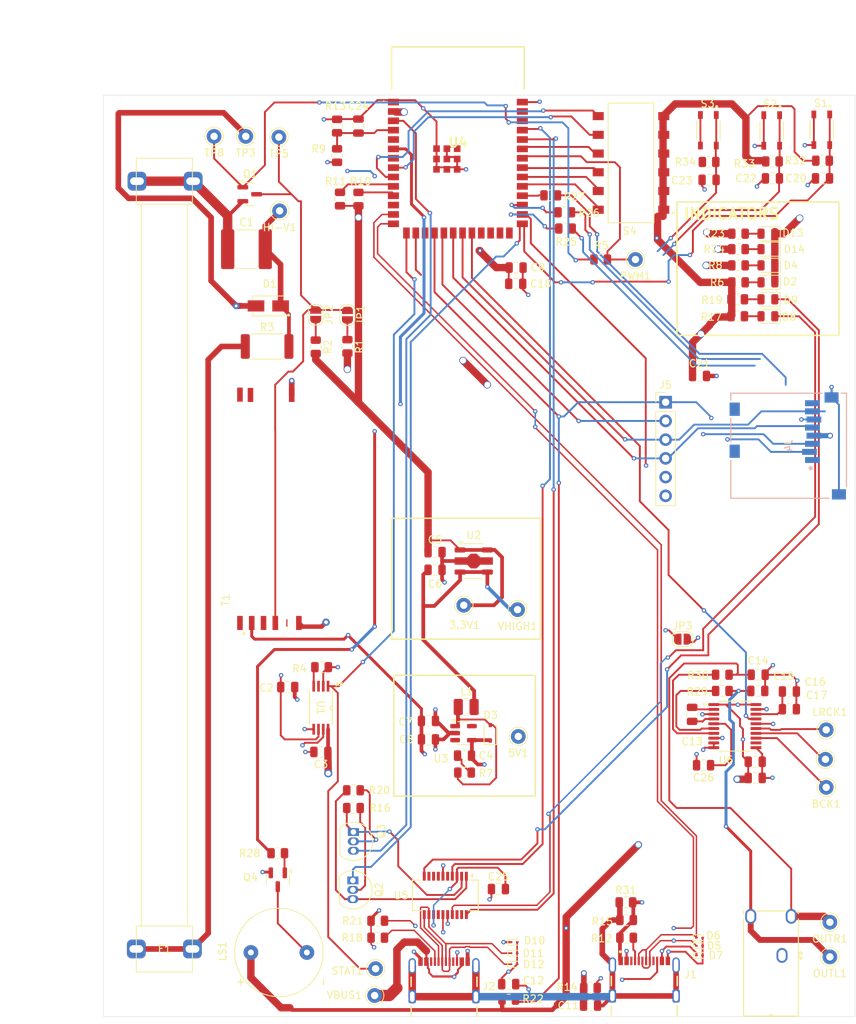
<source format=kicad_pcb>
(kicad_pcb (version 20240108) (generator "pcbnew") (generator_version "8.0")
  (layers (0 "F.Cu" signal) (1 "In1.Cu" signal) (2 "In2.Cu" signal) (31 "B.Cu" signal) (34 "B.Paste" user) (35 "F.Paste" user) (36 "B.SilkS" user "B.Silkscreen") (37 "F.SilkS" user "F.Silkscreen") (38 "B.Mask" user) (39 "F.Mask" user) (44 "Edge.Cuts" user))
  (net 0 "")
  (net 1 "GND")
  (net 2 "+5V")
  (net 3 "/MCU/SHELL_GND")
  (net 4 "+500V")
  (net 5 "Net-(D3-A)")
  (net 6 "/MCU/RX_LED")
  (net 7 "/MCU/TX_LED")
  (net 8 "/MCU/DP_P")
  (net 9 "/MCU/DP_N")
  (net 10 "Net-(Q1-G)")
  (net 11 "Net-(D4-A)")
  (net 13 "Net-(D1-K)")
  (net 15 "Net-(F1-Pad1)")
  (net 16 "Net-(JP1-A)")
  (net 17 "Net-(JP1-B)")
  (net 18 "Net-(JP2-B)")
  (net 19 "/PWM")
  (net 20 "/MOSI")
  (net 21 "/I2S_LRCK")
  (net 22 "/I2S_DOUT")
  (net 23 "/I2S_BCK")
  (net 24 "/MUTE")
  (net 25 "Net-(D13-A)")
  (net 26 "/Audio/OUTR")
  (net 27 "/MISO")
  (net 28 "/CS")
  (net 29 "/Audio/OUTL")
  (net 30 "Net-(Q2-G)")
  (net 31 "Net-(Q2-S)")
  (net 32 "Net-(Q3-G)")
  (net 35 "/EN")
  (net 36 "Net-(Q3-D)")
  (net 37 "Net-(U4-IO4{slash}ADC1_CH3)")
  (net 40 "/GPIO40")
  (net 44 "/GPIO38")
  (net 49 "/GPIO39")
  (net 50 "/GPIO15")
  (net 52 "/GPIO42")
  (net 53 "/GPIO16")
  (net 61 "VHIGH")
  (net 62 "/VSTAT")
  (net 63 "Net-(Q4-C)")
  (net 64 "Net-(Q4-B)")
  (net 65 "/BEEP")
  (net 66 "/SCK")
  (net 67 "Net-(C4-Pad2)")
  (net 68 "Net-(U6-CAPP)")
  (net 69 "Net-(U6-CAPM)")
  (net 70 "Net-(U6-LDOO)")
  (net 71 "Net-(J1-CC1)")
  (net 72 "Net-(J1-CC2)")
  (net 74 "Net-(J2-CC1)")
  (net 75 "Net-(J2-CC2)")
  (net 81 "Net-(U1-ILIM)")
  (net 82 "Net-(U6-OUTL)")
  (net 83 "Net-(U6-OUTR)")
  (net 84 "Net-(U6-VNEG)")
  (net 85 "Net-(D2-A)")
  (net 86 "Net-(U4-IO35)")
  (net 87 "/MCU/TX")
  (net 88 "/MCU/RX")
  (net 89 "Net-(U4-IO36)")
  (net 91 "Net-(D8-A)")
  (net 92 "Net-(D9-A)")
  (net 93 "+3.3V")
  (net 94 "/SDA")
  (net 95 "/SCL")
  (net 96 "/USB_D-")
  (net 97 "/USB_D+")
  (net 98 "/GPIO0")
  (net 99 "VBUS")
  (net 102 "+VBAT")
  (net 103 "/GPIO46")
  (net 104 "Net-(D14-A)")
  (net 108 "Net-(U5-3V3OUT)")
  (net 109 "Net-(U4-IO37)")
  (net 110 "AGND")
  (footprint "Resistor_SMD:R_0805_2012Metric" (layer "F.Cu") (at 66.8 139.5 180)
    (property "Reference" "R4")
    (property "Value" "715R")
  )
  (footprint "Resistor_SMD:R_0805_2012Metric" (layer "F.Cu") (at 121.2 142.725 180)
    (property "Reference" "R29")
    (property "Value" "470R")
  )
  (footprint "Capacitor_SMD:C_0805_2012Metric" (layer "F.Cu") (at 93.15 87.5)
    (property "Reference" "C10")
    (property "Value" "1uF")
  )
  (footprint "Transformer_SMD:Transformer_Coilcraft_FL2810-1L" (layer "F.Cu") (at 55.3125 101.605 -90)
    (property "Reference" "T1")
    (property "Value" "FL2810-1L")
  )
  (footprint "Resistor_SMD:R_0805_2012Metric" (layer "F.Cu") (at 99.9 80 180)
    (property "Reference" "R25")
    (property "Value" "33R")
  )
  (footprint "Resistor_SMD:R_0805_2012Metric" (layer "F.Cu") (at 134.8 70.8 180)
    (property "Reference" "R32")
    (property "Value" "10k")
  )
  (footprint "Diode_SMD:D_SOD-923" (layer "F.Cu") (at 118.1 177.3)
    (property "Reference" "D5")
    (property "Value" "ESD9B5.0ST5G")
  )
  (footprint "Connector_Pin:Pin_D1.0mm_L10.0mm" (layer "F.Cu") (at 86.1 131.1)
    (property "Reference" "3.3V1")
    (property "Value" "TestPoint")
  )
  (footprint "Package_SO:SSOP-20_3.9x8.7mm_P0.635mm" (layer "F.Cu") (at 83.59 170.4575 -90)
    (property "Reference" "U5")
    (property "Value" "FT231XS")
  )
  (footprint "Package_TO_SOT_SMD:SOT-23" (layer "F.Cu") (at 57.0375 75.35)
    (property "Reference" "Q1")
    (property "Value" "AO3400A")
  )
  (footprint "Resistor_SMD:R_0805_2012Metric" (layer "F.Cu") (at 103.3 183 180)
    (property "Reference" "R14")
    (property "Value" "5.1k")
  )
  (footprint "Package_TO_SOT_THT:TO-92_Inline" (layer "F.Cu") (at 71.04 168.43 -90)
    (property "Reference" "Q2")
    (property "Value" "2N7002-TP")
  )
  (footprint "Connector_Pin:Pin_D1.0mm_L10.0mm" (layer "F.Cu") (at 61 67.6)
    (property "Reference" "TP5")
    (property "Value" "TestPoint")
  )
  (footprint "Resistor_SMD:R_0805_2012Metric" (layer "F.Cu") (at 123.2875 91.9)
    (property "Reference" "R17")
    (property "Value" "22R")
  )
  (footprint "Connector_Pin:Pin_D1.0mm_L10.0mm" (layer "F.Cu") (at 56.5 67.5)
    (property "Reference" "TP3")
    (property "Value" "TestPoint")
  )
  (footprint "Connector_Pin:Pin_D1.0mm_L10.0mm" (layer "F.Cu") (at 93.5 148.9)
    (property "Reference" "5V1")
    (property "Value" "TestPoint")
  )
  (footprint "Resistor_SMD:R_0805_2012Metric" (layer "F.Cu") (at 121.2 140.525 180)
    (property "Reference" "R30")
    (property "Value" "470R")
  )
  (footprint "Resistor_SMD:R_0805_2012Metric" (layer "F.Cu") (at 128 70.9 180)
    (property "Reference" "R33")
    (property "Value" "10k")
  )
  (footprint "Resistor_SMD:R_0805_2012Metric" (layer "F.Cu") (at 74.4225 173.9 180)
    (property "Reference" "R21")
    (property "Value" "5.1k")
  )
  (footprint "Fuse:Fuseholder_Clip-7.62mm_Littelfuse" (layer "F.Cu") (at 44.8175 181.3625 90)
    (property "Reference" "F1")
    (property "Value" "Clip")
  )
  (footprint "Resistor_SMD:R_0805_2012Metric" (layer "F.Cu") (at 99.8 77.8 180)
    (property "Reference" "R26")
    (property "Value" "33R")
  )
  (footprint "Resistor_SMD:R_0805_2012Metric" (layer "F.Cu") (at 74.4225 176.2 180)
    (property "Reference" "R18")
    (property "Value" "5.1k")
  )
  (footprint "Capacitor_SMD:C_0805_2012Metric" (layer "F.Cu") (at 126.0625 140.525)
    (property "Reference" "C14")
    (property "Value" "2.2nF")
  )
  (footprint "Capacitor_SMD:C_0805_2012Metric" (layer "F.Cu") (at 81.3 146.79)
    (property "Reference" "C7")
    (property "Value" "10uF")
  )
  (footprint "Capacitor_SMD:C_0805_2012Metric" (layer "F.Cu") (at 125.6625 154.525)
    (property "Reference" "C19" (hide yes))
    (property "Value" "0.1uF")
  )
  (footprint "Jumper:SolderJumper-2_P1.3mm_Open_RoundedPad1.0x1.5mm" (layer "F.Cu") (at 66 91.7 -90)
    (property "Reference" "JP2")
    (property "Value" "SolderJumper_2_Open")
  )
  (footprint "Capacitor_SMD:C_0805_2012Metric" (layer "F.Cu") (at 82.2 126.3)
    (property "Reference" "C6")
    (property "Value" "1uF")
  )
  (footprint "Resistor_SMD:R_0805_2012Metric" (layer "F.Cu") (at 119.4 70.9715 180)
    (property "Reference" "R34")
    (property "Value" "10k")
  )
  (footprint "Capacitor_SMD:C_0805_2012Metric" (layer "F.Cu") (at 82.2 123.9)
    (property "Reference" "C5")
    (property "Value" "1uF")
  )
  (footprint "Capacitor_SMD:C_2220_5750Metric" (layer "F.Cu") (at 56.6 82.8)
    (property "Reference" "C1")
    (property "Value" "1uF/ 500V")
  )
  (footprint "Connector_Pin:Pin_D1.0mm_L10.0mm" (layer "F.Cu") (at 61.1 77.6)
    (property "Reference" "HI-V1")
    (property "Value" "TestPoint")
  )
  (footprint "Resistor_SMD:R_0805_2012Metric" (layer "F.Cu") (at 123.3875 87.3 180)
    (property "Reference" "R6")
    (property "Value" "4.7k")
  )
  (footprint "SKRPABE010:SW_SKRPABE010" (layer "F.Cu") (at 127.9 66.7 -90)
    (property "Reference" "S2")
    (property "Value" "SKRPABE010")
  )
  (footprint "Capacitor_SMD:C_0805_2012Metric" (layer "F.Cu") (at 128 73.2)
    (property "Reference" "C22")
    (property "Value" "0.1uF")
  )
  (footprint "Package_TO_SOT_SMD:SOT-89-5" (layer "F.Cu") (at 87.45 125.1)
    (property "Reference" "U2")
    (property "Value" "RP115X")
  )
  (footprint "Capacitor_SMD:C_0805_2012Metric" (layer "F.Cu") (at 125.6625 152.325)
    (property "Reference" "C18" (hide yes))
    (property "Value" "10uF")
  )
  (footprint "Diode_SMD:D_SOD-923" (layer "F.Cu") (at 92.9225 179.8)
    (property "Reference" "D12")
    (property "Value" "ESD9B5.0ST5G")
  )
  (footprint "Resistor_SMD:R_0805_2012Metric" (layer "F.Cu") (at 60.85 164.7375 180)
    (property "Reference" "R28")
    (property "Value" "4.7k")
  )
  (footprint "Resistor_SMD:R_0805_2012Metric" (layer "F.Cu") (at 69.3 76 -90)
    (property "Reference" "R11")
    (property "Value" "10k")
  )
  (footprint "Resistor_SMD:R_0805_2012Metric" (layer "F.Cu") (at 108.2 173.8)
    (property "Reference" "R15")
    (property "Value" "1M")
  )
  (footprint "Inductor_SMD:L_1008_2520Metric" (layer "F.Cu") (at 86.425 144.9 180)
    (property "Reference" "L1")
    (property "Value" "2.2uH")
  )
  (footprint "STX_3000:STX-3000_KYC" (layer "F.Cu") (at 129.300124 178.6 180)
    (property "Reference" "J3" (hide yes))
    (property "Value" "AUDIO JACK")
  )
  (footprint "Capacitor_SMD:C_0805_2012Metric" (layer "F.Cu") (at 62.2 142.2)
    (property "Reference" "C2")
    (property "Value" "0.1uF")
  )
  (footprint "Diode_SMD:D_SOD-923" (layer "F.Cu") (at 118.1 178.6)
    (property "Reference" "D7")
    (property "Value" "ESD9B5.0ST5G")
  )
  (footprint "Resistor_SMD:R_0805_2012Metric" (layer "F.Cu") (at 123.3875 80.7 180)
    (property "Reference" "R23")
    (property "Value" "4.7k")
  )
  (footprint "Capacitor_SMD:C_0805_2012Metric" (layer "F.Cu") (at 90.8 169.6)
    (property "Reference" "C25")
    (property "Value" "0.01uF")
  )
  (footprint "Capacitor_SMD:C_0805_2012Metric" (layer "F.Cu") (at 93.2 85.3)
    (property "Reference" "C9")
    (property "Value" "10uF")
  )
  (footprint "Resistor_SMD:R_0805_2012Metric" (layer "F.Cu") (at 123.2875 89.6)
    (property "Reference" "R19")
    (property "Value" "22R")
  )
  (footprint "Resistor_SMD:R_0805_2012Metric" (layer "F.Cu") (at 86.2 153.8 180)
    (property "Reference" "R7")
    (property "Value" "5R")
  )
  (footprint "Resistor_SMD:R_0805_2012Metric" (layer "F.Cu") (at 97.9 75.5 180)
    (property "Reference" "R27")
    (property "Value" "33R")
  )
  (footprint "Capacitor_SMD:C_0805_2012Metric" (layer "F.Cu") (at 118.65 152.8 180)
    (property "Reference" "C26")
    (property "Value" "2.2uF")
  )
  (footprint "Capacitor_SMD:C_0805_2012Metric" (layer "F.Cu") (at 66.7 151 180)
    (property "Reference" "C3")
    (property "Value" "0.1uF")
  )
  (footprint "Connector_Pin:Pin_D1.0mm_L10.0mm" (layer "F.Cu") (at 52.2 67.5)
    (property "Reference" "TP8")
    (property "Value" "TestPoint")
  )
  (footprint "Package_SO:TSSOP-20_4.4x6.5mm_P0.65mm" (layer "F.Cu") (at 122.9 147.5)
    (property "Reference" "U6")
    (property "Value" "PCM5102")
  )
  (footprint "LED_SMD:LED_0805_2012Metric" (layer "F.Cu") (at 127.3875 87.3 180)
    (property "Reference" "D2")
    (property "Value" "YELLOW")
  )
  (footprint "Resistor_SMD:R_0805_2012Metric" (layer "F.Cu") (at 92.2 184.6)
    (property "Reference" "R22")
    (property "Value" "10k")
  )
  (footprint "Resistor_SMD:R_0805_2012Metric" (layer "F.Cu") (at 68.9 66.1 -90)
    (property "Reference" "R13")
    (property "Value" "10k")
  )
  (footprint "Connector_Pin:Pin_D1.0mm_L10.0mm" (layer "F.Cu") (at 135.3 148)
    (property "Reference" "LRCK1")
    (property "Value" "TestPoint")
  )
  (footprint "Diode_SMD:D_SOD-923" (layer "F.Cu") (at 118.1 176.2)
    (property "Reference" "D6")
    (property "Value" "ESD9B5.0ST5G")
  )
  (footprint "Capacitor_SMD:C_0805_2012Metric" (layer "F.Cu") (at 117.1 145.9 -90)
    (property "Reference" "C13")
    (property "Value" "2.2uF")
  )
  (footprint "Connector_Pin:Pin_D1.0mm_L10.0mm" (layer "F.Cu") (at 135.2 152)
    (property "Reference" "DOUT1" (hide yes))
    (property "Value" "TestPoint")
  )
  (footprint "Resistor_SMD:R_0805_2012Metric" (layer "F.Cu") (at 108.2 176.2 180)
    (property "Reference" "R12")
    (property "Value" "5.1k")
  )
  (footprint "USB4105-GF-A:GCT_USB4105-GF-A" (layer "F.Cu") (at 83.4225 184.2)
    (property "Reference" "J2")
    (property "Value" "USB4105-GF-A")
  )
  (footprint "ES1H:DIOM4226X244N" (layer "F.Cu") (at 59.5625 90.5 180)
    (property "Reference" "D1")
    (property "Value" "ES1H")
  )
  (footprint "Jumper:SolderJumper-2_P1.3mm_Open_RoundedPad1.0x1.5mm" (layer "F.Cu") (at 115.8 135.7)
    (property "Reference" "JP3")
    (property "Value" "SolderJumper_2_Open")
  )
  (footprint "Connector_Pin:Pin_D1.0mm_L10.0mm" (layer "F.Cu") (at 135.8 174.1)
    (property "Reference" "OUTR1")
    (property "Value" "TestPoint")
  )
  (footprint "Resistor_SMD:R_0805_2012Metric" (layer "F.Cu") (at 104.6875 84.2)
    (property "Reference" "R5")
    (property "Value" "1K")
  )
  (footprint "Resistor_SMD:R_0805_2012Metric" (layer "F.Cu") (at 71.125 156.2 180)
    (property "Reference" "R20")
    (property "Value" "10k")
  )
  (footprint "Resistor_SMD:R_2512_6332Metric" (layer "F.Cu") (at 59.4 96)
    (property "Reference" "R3")
    (property "Value" "560k, 1M")
  )
  (footprint "Capacitor_SMD:C_0805_2012Metric" (layer "F.Cu") (at 126.0125 142.725)
    (property "Reference" "C15")
    (property "Value" "2.2nF")
  )
  (footprint "Capacitor_SMD:C_0805_2012Metric" (layer "F.Cu") (at 118.1 100)
    (property "Reference" "C21")
    (property "Value" "0.1uF")
  )
  (footprint "SKRPABE010:SW_SKRPABE010" (layer "F.Cu") (at 119.3 66.6715 -90)
    (property "Reference" "S3")
    (property "Value" "SKRPABE010")
  )
  (footprint "Capacitor_SMD:C_0805_2012Metric" (layer "F.Cu") (at 130.3 145.2)
    (property "Reference" "C17")
    (property "Value" "0.1uF")
  )
  (footprint "Resistor_SMD:R_0805_2012Metric" (layer "F.Cu") (at 123.3875 82.8 180)
    (property "Reference" "R24")
    (property "Value" "4.7k")
  )
  (footprint "Package_TO_SOT_SMD:SOT-23-5" (layer "F.Cu") (at 86.0625 148.45)
    (property "Reference" "U3")
    (property "Value" "TPS613222ADBV")
  )
  (footprint "Capacitor_SMD:C_0805_2012Metric" (layer "F.Cu") (at 119.4 73.4)
    (property "Reference" "C23")
    (property "Value" "0.1uF")
  )
  (footprint "Resistor_SMD:R_0805_2012Metric" (layer "F.Cu") (at 71.8 76.0125 -90)
    (property "Reference" "R10")
    (property "Value" "10k")
  )
  (footprint "LED_SMD:LED_0805_2012Metric" (layer "F.Cu") (at 127.3875 85 180)
    (property "Reference" "D4")
    (property "Value" "GREEN")
  )
  (footprint "Jumper:SolderJumper-2_P1.3mm_Open_RoundedPad1.0x1.5mm" (layer "F.Cu") (at 70.3 91.75 -90)
    (property "Reference" "JP1")
    (property "Value" "SolderJumper_2_Open")
  )
  (footprint "Capacitor_SMD:C_0805_2012Metric" (layer "F.Cu") (at 81.3 149.3)
    (property "Reference" "C8")
    (property "Value" "10uF")
  )
  (footprint "SKRPABE010:SW_SKRPABE010" (layer "F.Cu") (at 134.7 66.6 -90)
    (property "Reference" "S1")
    (property "Value" "SKRPABE010")
  )
  (footprint "LED_SMD:LED_0805_2012Metric" (layer "F.Cu") (at 127.3875 82.8 180)
    (property "Reference" "D14")
    (property "Value" "YELLOW")
  )
  (footprint "Connector_Pin:Pin_D1.0mm_L10.0mm" (layer "F.Cu") (at 93.4 131.7)
    (property "Reference" "VHIGH1")
    (property "Value" "TestPoint")
  )
  (footprint "LED_SMD:LED_0805_2012Metric" (layer "F.Cu") (at 127.3875 89.6 180)
    (property "Reference" "D9")
    (property "Value" "BLUE")
  )
  (footprint "USB4105-GF-A:GCT_USB4105-GF-A" (layer "F.Cu") (at 110.6 184.1)
    (property "Reference" "J1")
    (property "Value" "USB4105-GF-A")
  )
  (footprint "Connector_Pin:Pin_D1.0mm_L10.0mm" (layer "F.Cu") (at 109.4 84.2)
    (property "Reference" "PWM1")
    (property "Value" "TestPoint")
  )
  (footprint "Package_TO_SOT_THT:TO-92_Inline" (layer "F.Cu") (at 71.115 161.86 -90)
    (property "Reference" "Q3")
    (property "Value" "2N7002-TP")
  )
  (footprint "TPS2115APWR:PW8" (layer "F.Cu") (at 66.7 145 -90)
    (property "Reference" "U1")
    (property "Value" "TPS2115APWR")
  )
  (footprint "DIP switch:DIP SWITCH SW_DS04-254-2-06BK-SMT" (layer "F.Cu") (at 108.8 71.1 180)
    (property "Reference" "S4")
    (property "Value" "DS04-254-2-06BK-SMT")
  )
  (footprint "Capacitor_SMD:C_0805_2012Metric" (layer "F.Cu") (at 130.3 142.8)
    (property "Reference" "C16")
    (property "Value" "10uF")
  )
  (footprint "Resistor_SMD:R_0805_2012Metric" (layer "F.Cu") (at 108.1125 171.4)
    (property "Reference" "R31")
    (property "Value" "1M")
  )
  (footprint "Resistor_SMD:R_0805_2012Metric" (layer "F.Cu") (at 68.9 70.1 -90)
    (property "Reference" "R9")
    (property "Value" "2.7k")
  )
  (footprint "Capacitor_SMD:C_0805_2012Metric" (layer "F.Cu") (at 71.8 66.1 90)
    (property "Reference" "C24")
    (property "Value" "0.1uF")
  )
  (footprint "LED_SMD:LED_0805_2012Metric" (layer "F.Cu") (at 127.3875 80.7 180)
    (property "Reference" "D13")
    (property "Value" "BLUE")
  )
  (footprint "Connector_Pin:Pin_D1.0mm_L10.0mm" (layer "F.Cu") (at 135.8 178.8)
    (property "Reference" "OUTL1")
    (property "Value" "TestPoint")
  )
  (footprint "Package_TO_SOT_SMD:SOT-23" (layer "F.Cu") (at 60.85 168.3375 -90)
    (property "Reference" "Q4")
    (property "Value" "BC846")
  )
  (footprint "Connector_PinHeader_2.54mm:PinHeader_1x06_P2.54mm_Vertical" (layer "F.Cu") (at 113.5 103.56)
    (property "Reference" "J5")
    (property "Value" "1x6 header")
  )
  (footprint "Resistor_SMD:R_0805_2012Metric" (layer "F.Cu") (at 66 96.05 -90)
    (property "Reference" "R2")
    (property "Value" "220R")
  )
  (footprint "Resistor_SMD:R_0805_2012Metric" (layer "F.Cu") (at 123.3875 85 180)
    (property "Reference" "R8")
    (property "Value" "4.7k")
  )
  (footprint "LED_SMD:LED_0805_2012Metric" (layer "F.Cu") (at 127.3875 91.9 180)
    (property "Reference" "D8")
    (property "Value" "GREEN")
  )
  (footprint "KiCad:ESP32S3WROOM1N8R2" (layer "F.Cu") (at 85.3 68.11)
    (property "Reference" "U4")
    (property "Value" "ESP32-S3-WROOM-1-N8" (hide yes))
  )
  (footprint "Connector_Pin:Pin_D1.0mm_L10.0mm" (layer "F.Cu") (at 74 184.0375)
    (property "Reference" "VBUS1")
    (property "Value" "TestPoint")
  )
  (footprint "Diode_SMD:D_SOD-923" (layer "F.Cu") (at 92.9225 178.3)
    (property "Reference" "D11")
    (property "Value" "ESD9B5.0ST5G")
  )
  (footprint "Connector_Pin:Pin_D1.0mm_L10.0mm" (layer "F.Cu") (at 74.1225 180.4)
    (property "Reference" "STAT1")
    (property "Value" "TestPoint")
  )
  (footprint "Resistor_SMD:R_0805_2012Metric" (layer "F.Cu") (at 70.3 95.9875 -90)
    (property "Reference" "R1")
    (property "Value" "220R")
  )
  (footprint "CMI_1295IC_0385T:CUI_CMI-1295IC-0385T" (layer "F.Cu") (at 61 178.2 90)
    (property "Reference" "LS1")
    (property "Value" "CMI-1295IC-0385T")
  )
  (footprint "Resistor_SMD:R_0805_2012Metric" (layer "F.Cu") (at 71.125 158.6 180)
    (property "Reference" "R16")
    (property "Value" "10k")
  )
  (footprint "Capacitor_SMD:C_0805_2012Metric" (layer "F.Cu") (at 134.8 73.2)
    (property "Reference" "C20")
    (property "Value" "0.1uF")
  )
  (footprint "Capacitor_SMD:C_0805_2012Metric" (layer "F.Cu") (at 92.2 182.5)
    (property "Reference" "C12")
    (property "Value" "0.01uF")
  )
  (footprint "Diode_SMD:D_SOD-923" (layer "F.Cu") (at 92.9375 176.8)
    (property "Reference" "D10")
    (property "Value" "ESD9B5.0ST5G")
  )
  (footprint "Connector_Pin:Pin_D1.0mm_L10.0mm" (layer "F.Cu") (at 135.3 155.8)
    (property "Reference" "BCK1")
    (property "Value" "TestPoint")
  )
  (footprint "Capacitor_SMD:C_0805_2012Metric" (layer "F.Cu") (at 86.2 151.5 180)
    (property "Reference" "C4")
    (property "Value" "120pF")
  )
  (footprint "Capacitor_SMD:C_0805_2012Metric" (layer "F.Cu") (at 103.3125 185.4)
    (property "Reference" "C11")
    (property "Value" "0.01uF")
  )
  (footprint "Diode_SMD:D_SOD-323" (layer "F.Cu") (at 89.7 148.4 90)
    (property "Reference" "D3")
    (property "Value" "D_Schottky")
  )
  (footprint "MEM2061 SD CARD CONNECTOR:MEM2061-01-188-00-A_GCT" (layer "B.Cu") (at 130.2 109.459999 -90)
    (property "Reference" "J4")
    (property "Value" "MEM2061-01-188-00-A")
  )
  (gr_poly (pts (xy 95.8 140.6) (xy 95.8 157) (xy 76.6 157) (xy 76.6 140.6)) (stroke (width 0.2)) (fill none) (layer "F.SilkS"))
  (gr_poly (pts (xy 96.5 119.3) (xy 96.5 135.7) (xy 76.3 135.7) (xy 76.3 119.3)) (stroke (width 0.2)) (fill none) (layer "F.SilkS"))
  (gr_poly (pts (xy 137.0375 76.4) (xy 137.0375 94.5) (xy 115.0375 94.5) (xy 115.0375 76.4)) (stroke (width 0.2)) (fill none) (layer "F.SilkS"))
  (gr_rect (start 37.2 61.9) (end 139.2 186.9) (stroke (width 0.05)) (fill none) (layer "Edge.Cuts"))
  (gr_text "INDICATORS" (at 115.8 78.9 0) (layer "F.SilkS") (effects (font (size 1.5 1.5) (thickness 0.3) (bold yes)) (justify left bottom)))
  (segment (start 133.7 73.2) (end 132.8 74.1) (width 0.254) (layer "F.Cu") (net 1))
  (segment (start 120.4 100) (end 119.05 100) (width 0.6) (layer "F.Cu") (net 1))
  (segment (start 73.51 173.9) (end 73.51 173.59) (width 0.2) (layer "F.Cu") (net 1))
  (segment (start 118.8 74.7) (end 118.9 74.7) (width 0.254) (layer "F.Cu") (net 1))
  (segment (start 67.7125 139.5) (end 69 139.5) (width 0.254) (layer "F.Cu") (net 1))
  (segment (start 85.2 71.7) (end 85.2 70.3) (width 0.254) (layer "F.Cu") (net 1))
  (segment (start 85.2125 148.45) (end 85.1625 148.4) (width 0.508) (layer "F.Cu") (net 1))
  (segment (start 102.4 182.9875) (end 102.4 181) (width 0.762) (layer "F.Cu") (net 1))
  (segment (start 67.025001 142.079) (end 67.025001 140.187499) (width 0.254) (layer "F.Cu") (net 1))
  (segment (start 125.625 68.775) (end 125.6 68.8) (width 0.254) (layer "F.Cu") (net 1))
  (segment (start 126.825 68.775) (end 125.625 68.775) (width 0.254) (layer "F.Cu") (net 1))
  (segment (start 125.8 74.3) (end 125.9 74.2) (width 0.254) (layer "F.Cu") (net 1))
  (segment (start 113.95 134.5) (end 113.5 134.5) (width 0.254) (layer "F.Cu") (net 1))
  (segment (start 71.8 65.15) (end 74.37 62.58) (width 0.254) (layer "F.Cu") (net 1))
  (segment (start 115 135.55) (end 113.95 134.5) (width 0.254) (layer "F.Cu") (net 1))
  (segment (start 117.8 179.7) (end 116.2 178.1) (width 0.254) (layer "F.Cu") (net 1))
  (segment (start 67.025001 140.187499) (end 67.7125 139.5) (width 0.254) (layer "F.Cu") (net 1))
  (segment (start 118.225 64.5965) (end 118.225 68.7465) (width 0.254) (layer "F.Cu") (net 1))
  (segment (start 107.3 176.2125) (end 107.2875 176.2) (width 0.508) (layer "F.Cu") (net 1))
  (segment (start 83.15 125) (end 83.15 126.3) (width 0.5) (layer "F.Cu") (net 1))
  (segment (start 128.325 80.7) (end 128.325 87.3) (width 1) (layer "F.Cu") (net 1))
  (segment (start 86.6225 179.445) (end 86.6225 178) (width 0.508) (layer "F.Cu") (net 1))
  (segment (start 59.8 167.3) (end 58.8 167.3) (width 0.4) (layer "F.Cu") (net 1))
  (segment (start 118.45 73.4) (end 118.45 74.25) (width 0.254) (layer "F.Cu") (net 1))
  (segment (start 68.9 65.1875) (end 67.1125 65.1875) (width 0.254) (layer "F.Cu") (net 1))
  (segment (start 68.9375 65.15) (end 68.9 65.1875) (width 0.254) (layer "F.Cu") (net 1))
  (segment (start 79.5 62.6) (end 80.6 63.7) (width 0.254) (layer "F.Cu") (net 1))
  (segment (start 109.1125 173.8) (end 109.1125 171.4875) (width 0.508) (layer "F.Cu") (net 1))
  (segment (start 54.15 78.25) (end 54.05 78.35) (width 0.254) (layer "F.Cu") (net 1))
  (segment (start 83.8 68.9) (end 85.2 68.9) (width 0.254) (layer "F.Cu") (net 1))
  (segment (start 91.25 182.5) (end 91.25 181.67) (width 0.254) (layer "F.Cu") (net 1))
  (segment (start 92.1775 180.8) (end 92.3425 180.8) (width 0.254) (layer "F.Cu") (net 1))
  (segment (start 94.1 85.35) (end 94.15 85.3) (width 0.254) (layer "F.Cu") (net 1))
  (segment (start 125.9 74.3) (end 125.8 74.3) (width 0.254) (layer "F.Cu") (net 1))
  (segment (start 71.8 65.15) (end 68.9375 65.15) (width 0.254) (layer "F.Cu") (net 1))
  (segment (start 49.3575 73.5775) (end 41.7375 73.5775) (width 1.27) (layer "F.Cu") (net 1))
  (segment (start 102.4 182.9875) (end 102.3625 183.025) (width 0.254) (layer "F.Cu") (net 1))
  (segment (start 129.6 80.7) (end 131.7 78.6) (width 1) (layer "F.Cu") (net 1))
  (segment (start 62.7425 102.575) (end 62.7425 100.6425) (width 0.762) (layer "F.Cu") (net 1))
  (segment (start 113.8 178.2) (end 113.9 178.1) (width 0.254) (layer "F.Cu") (net 1))
  (segment (start 93.93 62.7) (end 94.05 62.58) (width 0.254) (layer "F.Cu") (net 1))
  (segment (start 107.2875 176.2) (end 107.2875 175.625) (width 0.508) (layer "F.Cu") (net 1))
  (segment (start 84.9725 148.59) (end 85.1625 148.4) (width 0.2) (layer "F.Cu") (net 1))
  (segment (start 83.15 123.9) (end 83.15 125) (width 0.5) (layer "F.Cu") (net 1))
  (segment (start 94.1 87.5) (end 94.1 88.25) (width 0.254) (layer "F.Cu") (net 1))
  (segment (start 107.3 179.245) (end 107.3 176.2125) (width 0.508) (layer "F.Cu") (net 1))
  (segment (start 132.525 68.675) (end 132.5 68.7) (width 0.254) (layer "F.Cu") (net 1))
  (segment (start 56.1 76.3) (end 54.15 78.25) (width 0.508) (layer "F.Cu") (net 1))
  (segment (start 80.2225 179) (end 80.2225 179.445) (width 0.4) (layer "F.Cu") (net 1))
  (segment (start 89.6 171) (end 89.7 170.9) (width 0.254) (layer "F.Cu") (net 1))
  (segment (start 76.57 62.6) (end 79.5 62.6) (width 0.254) (layer "F.Cu") (net 1))
  (segment (start 74.37 62.58) (end 76.55 62.58) (width 0.254) (layer "F.Cu") (net 1))
  (segment (start 87.45 125.1) (end 83.25 125.1) (width 0.5) (layer "F.Cu") (net 1))
  (segment (start 93.3425 179.8) (end 93.3425 178.3) (width 0.2) (layer "F.Cu") (net 1))
  (segment (start 93.3425 178.3) (end 93.3425 176.815) (width 0.2) (layer "F.Cu") (net 1))
  (segment (start 86.4 71.97) (end 85.2 71.97) (width 0.254) (layer "F.Cu") (net 1))
  (segment (start 83.15 127.65) (end 83.5 128) (width 0.5) (layer "F.Cu") (net 1))
  (segment (start 128.325 80.7) (end 129.6 80.7) (width 1) (layer "F.Cu") (net 1))
  (segment (start 113.8 179.345) (end 113.8 178.2) (width 0.254) (layer "F.Cu") (net 1))
  (segment (start 116.2 178.1) (end 113.9 178.1) (width 0.254) (layer "F.Cu") (net 1))
  (segment (start 89.85 169.6) (end 89.85 170.75) (width 0.254) (layer "F.Cu") (net 1))
  (segment (start 85.3 148.45) (end 85.2125 148.45) (width 0.508) (layer "F.Cu") (net 1))
  (segment (start 118.52 176.2) (end 118.52 177.3) (width 0.254) (layer "F.Cu") (net 1))
  (segment (start 109.1125 171.4875) (end 109.025 171.4) (width 0.508) (layer "F.Cu") (net 1))
  (segment (start 74.6 172.5) (end 74.5 172.6) (width 0.4) (layer "F.Cu") (net 1))
  (segment (start 49.3575 73.5775) (end 54.03 78.25) (width 1.27) (layer "F.Cu") (net 1))
  (segment (start 132.4 68.7) (end 132.4 68.8) (width 0.254) (layer "F.Cu") (net 1))
  (segment (start 83.25 125.1) (end 83.15 125) (width 0.254) (layer "F.Cu") (net 1))
  (segment (start 118.52 178.6) (end 118.52 179.7) (width 0.254) (layer "F.Cu") (net 1))
  (segment (start 89.85 170.75) (end 89.6 171) (width 0.254) (layer "F.Cu") (net 1))
  (segment (start 96.4 62.8) (end 96.35 62.85) (width 0.254) (layer "F.Cu") (net 1))
  (segment (start 83.8 70.3) (end 83.8 68.9) (width 0.254) (layer "F.Cu") (net 1))
  (segment (start 79.3225 178.1) (end 80.2225 179) (width 0.4) (layer "F.Cu") (net 1))
  (segment (start 80.6 63.7) (end 82.4 65.5) (width 0.254) (layer "F.Cu") (net 1))
  (segment (start 73.51 173.9) (end 73.51 176.2) (width 0.2) (layer "F.Cu") (net 1))
  (segment (start 63.15 143.55) (end 63.15 142.2) (width 0.508) (layer "F.Cu") (net 1))
  (segment (start 132.4 68.8) (end 132.5 68.7) (width 0.254) (layer "F.Cu") (net 1))
  (segment (start 118.8 74.6) (end 118.8 74.7) (width 0.254) (layer "F.Cu") (net 1))
  (segment (start 118.45 74.25) (end 118.8 74.6) (width 0.254) (layer "F.Cu") (net 1))
  (segment (start 64.5 147.9) (end 64.521 147.921) (width 0.254) (layer "F.Cu") (net 1))
  (segment (start 85.2 70.3) (end 83.8 70.3) (width 0.254) (layer "F.Cu") (net 1))
  (segment (start 84.06 148.59) (end 84.9725 148.59) (width 0.2) (layer "F.Cu") (net 1))
  (segment (start 82.25 150.65) (end 82.25 149.3) (width 0.508) (layer "F.Cu") (net 1))
  (segment (start 133.85 73.2) (end 133.7 73.2) (width 0.254) (layer "F.Cu") (net 1))
  (segment (start 73.51 173.59) (end 74.6 172.5) (width 0.4) (layer "F.Cu") (net 1))
  (segment (start 132.8 74.1) (end 132.9 74) (width 0.254) (layer "F.Cu") (net 1))
  (segment (start 73.51 177.0875) (end 73.9225 177.5) (width 0.2) (layer "F.Cu") (net 1))
  (segment (start 94.1 87.5) (end 94.1 85.35) (width 0.254) (layer "F.Cu") (net 1))
  (segment (start 82.4 71.7) (end 85.2 71.7) (width 0.254) (layer "F.Cu") (net 1))
  (segment (start 54.05 78.35) (end 54.05 82.8) (width 1.27) (layer "F.Cu") (net 1))
  (segment (start 133.625 64.525) (end 133.625 68.675) (width 0.254) (layer "F.Cu") (net 1))
  (segment (start 126.9 73.2) (end 125.9 74.2) (width 0.254) (layer "F.Cu") (net 1))
  (segment (start 85.1625 148.4) (end 84.01 148.4) (width 0.508) (layer "F.Cu") (net 1))
  (segment (start 133.625 68.675) (end 132.525 68.675) (width 0.254) (layer "F.Cu") (net 1))
  (segment (start 102.3625 183.025) (end 102.3875 183) (width 0.254) (layer "F.Cu") (net 1))
  (segment (start 94.05 62.85) (end 96.35 62.85) (width 0.254) (layer "F.Cu") (net 1))
  (segment (start 84.01 148.4) (end 82.4 146.79) (width 0.508) (layer "F.Cu") (net 1))
  (segment (start 54.03 78.25) (end 54.15 78.25) (width 0.254) (layer "F.Cu") (net 1))
  (segment (start 132.5 68.7) (end 132.4 68.7) (width 0.254) (layer "F.Cu") (net 1))
  (segment (start 91.25 181.67) (end 92.12 180.8) (width 0.254) (layer "F.Cu") (net 1))
  (segment (start 93.3425 176.815) (end 93.3575 176.8) (width 0.2) (layer "F.Cu") (net 1))
  (segment (start 126.825 64.625) (end 126.825 68.775) (width 0.254) (layer "F.Cu") (net 1))
  (segment (start 115 136.1) (end 115 135.55) (width 0.254) (layer "F.Cu") (net 1))
  (segment (start 83.2725 167.8575) (end 83.2725 166.4275) (width 0.254) (layer "F.Cu") (net 1))
  (segment (start 127.05 73.2) (end 126.9 73.2) (width 0.254) (layer "F.Cu") (net 1))
  (segment (start 92.12 180.8) (end 92.1775 180.8) (width 0.254) (layer "F.Cu") (net 1))
  (segment (start 82.25 149.3) (end 83.35 149.3) (width 0.508) (layer "F.Cu") (net 1))
  (segment (start 65.75 151) (end 64.6 151) (width 0.2) (layer "F.Cu") (net 1))
  (segment (start 67.7125 139.5) (end 67.7 139.4875) (width 0.254) (layer "F.Cu") (net 1))
  (segment (start 83.35 149.3) (end 84.06 148.59) (width 0.508) (layer "F.Cu") (net 1))
  (segment (start 76.55 62.58) (end 76.57 62.6) (width 0.254) (layer "F.Cu") (net 1))
  (segment (start 118.9 74.7) (end 118.8 74.6) (width 0.254) (layer "F.Cu") (net 1))
  (segment (start 102.3875 183) (end 102.4 182.9875) (width 0.254) (layer "F.Cu") (net 1))
  (segment (start 83.9075 174.285) (end 83.9225 174.3) (width 0.2) (layer "F.Cu") (net 1))
  (segment (start 82.4 65.5) (end 82.4 71.7) (width 0.254) (layer "F.Cu") (net 1))
  (segment (start 107.2875 175.625) (end 109.1125 173.8) (width 0.508) (layer "F.Cu") (net 1))
  (segment (start 63.5 143.9) (end 63.15 143.55) (width 0.508) (layer "F.Cu") (net 1))
  (segment (start 118.52 179.7) (end 117.8 179.7) (width 0.254) (layer "F.Cu") (net 1))
  (segment (start 64.521 147.921) (end 65.725001 147.921) (width 0.254) (layer "F.Cu") (net 1))
  (segment (start 92.3425 180.8) (end 93.3425 179.8) (width 0.254) (layer "F.Cu") (net 1))
  (segment (start 102.3625 183.025) (end 102.3625 185.4) (width 1) (layer "F.Cu") (net 1))
  (segment (start 109.025 171.4) (end 110.3 171.4) (width 0.508) (layer "F.Cu") (net 1))
  (segment (start 73.51 176.2) (end 73.51 177.0875) (width 0.2) (layer "F.Cu") (net 1))
  (segment (start 83.2725 166.4275) (end 83.3 166.4) (width 0.254) (layer "F.Cu") (net 1))
  (segment (start 94.1 88.25) (end 94.85 89) (width 0.254) (layer "F.Cu") (net 1))
  (segment (start 118.52 177.3) (end 118.52 178.6) (width 0.254) (layer "F.Cu") (net 1))
  (segment (start 67.1 65.2) (end 67.1125 65.1875) (width 0.254) (layer "F.Cu") (net 1))
  (segment (start 83.9075 173.0575) (end 83.9075 174.285) (width 0.2) (layer "F.Cu") (net 1))
  (segment (start 83.15 126.3) (end 83.15 127.65) (width 0.5) (layer "F.Cu") (net 1))
  (segment (start 59.9 167.4) (end 59.8 167.3) (width 0.254) (layer "F.Cu") (net 1))
  (segment (start 128.325 80.7) (end 128.325 80.425) (width 1) (layer "F.Cu") (net 1))
  (segment (start 125.9 74.2) (end 125.9 74.3) (width 0.254) (layer "F.Cu") (net 1))
  (segment (start 82.25 146.79) (end 82.25 145.25) (width 0.508) (layer "F.Cu") (net 1))
  (segment (start 65.725001 150.975001) (end 65.75 151) (width 0.2) (layer "F.Cu") (net 1))
  (via (at 125.6 68.8) (size 0.6) (drill 0.3) (layers "F.Cu" "B.Cu") (net 1))
  (via (at 131.7 78.6) (size 1) (drill 0.8) (layers "F.Cu" "B.Cu") (net 1))
  (via (at 79.3225 178.1) (size 0.6) (drill 0.3) (layers "F.Cu" "B.Cu") (net 1))
  (via (at 82.25 145.25) (size 0.6) (drill 0.3) (layers "F.Cu" "B.Cu") (net 1))
  (via (at 89.6 171) (size 0.6) (drill 0.3) (layers "F.Cu" "B.Cu") (net 1))
  (via (at 80.6 63.7) (size 0.6) (drill 0.3) (layers "F.Cu" "B.Cu") (net 1))
  (via (at 113.9 178.1) (size 0.6) (drill 0.3) (layers "F.Cu" "B.Cu") (net 1))
  (via (at 96.4 62.8) (size 0.6) (drill 0.3) (layers "F.Cu" "B.Cu") (net 1))
  (via (at 74.6 172.5) (size 0.6) (drill 0.3) (layers "F.Cu" "B.Cu") (net 1))
  (via (at 136.028401 101.5) (size 0.6) (drill 0.3) (layers "F.Cu" "B.Cu") (net 1))
  (via (at 86.6225 178) (size 0.6) (drill 0.3) (layers "F.Cu" "B.Cu") (net 1))
  (via (at 83.5 128) (size 0.6) (drill 0.3) (layers "F.Cu" "B.Cu") (net 1))
  (via (at 58.8 167.3) (size 0.6) (drill 0.3) (layers "F.Cu" "B.Cu") (net 1))
  (via (at 132.8 74.1) (size 0.6) (drill 0.3) (layers "F.Cu" "B.Cu") (net 1))
  (via (at 69 139.5) (size 0.6) (drill 0.3) (layers "F.Cu" "B.Cu") (net 1))
  (via (at 83.9225 174.3) (size 0.6) (drill 0.3) (layers "F.Cu" "B.Cu") (net 1))
  (via (at 120.4 100) (size 0.6) (drill 0.3) (layers "F.Cu" "B.Cu") (net 1))
  (via (at 110.3 171.4) (size 0.6) (drill 0.3) (layers "F.Cu" "B.Cu") (net 1))
  (via (at 131.928401 105.9) (size 0.6) (drill 0.3) (layers "F.Cu" "B.Cu") (net 1))
  (via (at 73.9225 177.5) (size 0.6) (drill 0.3) (layers "F.Cu" "B.Cu") (net 1))
  (via (at 118.8 74.7) (size 0.6) (drill 0.3) (layers "F.Cu" "B.Cu") (net 1))
  (via (at 94.85 89) (size 0.6) (drill 0.3) (layers "F.Cu" "B.Cu") (net 1))
  (via (at 64.6 151) (size 0.6) (drill 0.3) (layers "F.Cu" "B.Cu") (net 1))
  (via (at 63.5 143.9) (size 0.6) (drill 0.3) (layers "F.Cu" "B.Cu") (net 1))
  (via (at 102.4 181) (size 0.8) (drill 0.5) (layers "F.Cu" "B.Cu") (net 1))
  (via (at 82.25 150.65) (size 0.6) (drill 0.3) (layers "F.Cu" "B.Cu") (net 1))
  (via (at 67.1 65.2) (size 0.6) (drill 0.3) (layers "F.Cu" "B.Cu") (net 1))
  (via (at 62.7425 100.6425) (size 0.762) (drill 0.4064) (layers "F.Cu" "B.Cu") (net 1))
  (via (at 132.4 68.7) (size 0.6) (drill 0.3) (layers "F.Cu" "B.Cu") (net 1))
  (via (at 92.1775 180.8) (size 0.6) (drill 0.3) (layers "F.Cu" "B.Cu") (net 1))
  (via (at 86.4 71.97) (size 0.6) (drill 0.3) (layers "F.Cu" "B.Cu") (net 1))
  (via (at 64.5 147.9) (size 0.6) (drill 0.3) (layers "F.Cu" "B.Cu") (net 1))
  (via (at 83.3 166.4) (size 0.6) (drill 0.3) (layers "F.Cu" "B.Cu") (net 1))
  (via (at 113.5 134.5) (size 0.6) (drill 0.3) (layers "F.Cu" "B.Cu") (net 1))
  (via (at 125.9 74.3) (size 0.6) (drill 0.3) (layers "F.Cu" "B.Cu") (net 1))
  (segment (start 137.028401 103.909999) (end 137.028401 116.060001) (width 0.254) (layer "B.Cu") (net 1))
  (segment (start 132.028402 105.899999) (end 132.028401 105.9) (width 0.254) (layer "B.Cu") (net 1))
  (segment (start 133.628401 105.899999) (end 132.028402 105.899999) (width 0.254) (layer "B.Cu") (net 1))
  (segment (start 136.028401 102.909999) (end 136.028401 101.5) (width 0.3) (layer "B.Cu") (net 1))
  (segment (start 132.028401 105.9) (end 131.928401 105.9) (width 0.254) (layer "B.Cu") (net 1))
  (segment (start 136.1984 102.74) (end 136.028401 102.909999) (width 0.254) (layer "B.Cu") (net 1))
  (segment (start 136.028401 102.909999) (end 137.028401 103.909999) (width 0.254) (layer "B.Cu") (net 1))
  (segment (start 131.928401 105.9) (end 131.928401 106) (width 0.254) (layer "B.Cu") (net 1))
  (segment (start 131.928401 106) (end 132.028401 105.9) (width 0.254) (layer "B.Cu") (net 1))
  (segment (start 88 152.7) (end 87.15 151.85) (width 0.5) (layer "F.Cu") (net 2))
  (segment (start 89.65 149.4) (end 87.3 149.4) (width 0.508) (layer "F.Cu") (net 2))
  (segment (start 70.3 96.9) (end 70.3 99.1) (width 1) (layer "F.Cu") (net 2))
  (segment (start 87.25 149.45) (end 87.2 149.4) (width 0.2) (layer "F.Cu") (net 2))
  (segment (start 70.4 135.05) (end 70.4 135.05) (width 0.254) (layer "F.Cu") (net 2))
  (segment (start 69.85 135.7) (end 70.4 135.15) (width 0.4) (layer "F.Cu") (net 2))
  (segment (start 80.35 150.85) (end 80.8 151.3) (width 0.5) (layer "F.Cu") (net 2))
  (segment (start 70.4 135.15) (end 70.5 135.15) (width 0.254) (layer "F.Cu") (net 2))
  (segment (start 87.2 151.35) (end 86.95 151.6) (width 0.2) (layer "F.Cu") (net 2))
  (segment (start 122.475 85) (end 119.1 85) (width 1) (layer "F.Cu") (net 2))
  (segment (start 119.1 85) (end 119 84.9) (width 0.254) (layer "F.Cu") (net 2))
  (segment (start 57.3125 133.505) (end 57.3125 135.3125) (width 0.4) (layer "F.Cu") (net 2))
  (segment (start 87.3 149.4) (end 87.25 149.45) (width 0.508) (layer "F.Cu") (net 2))
  (segment (start 57.7 135.7) (end 69.85 135.7) (width 0.4) (layer "F.Cu") (net 2))
  (segment (start 88.9 152.7) (end 88 152.7) (width 0.5) (layer "F.Cu") (net 2))
  (segment (start 80.35 149.3) (end 80.35 146.94) (width 0.508) (layer "F.Cu") (net 2))
  (segment (start 87.15 151.85) (end 87.15 151.5) (width 0.5) (layer "F.Cu") (net 2))
  (segment (start 57.3125 135.3125) (end 57.7 135.7) (width 0.4) (layer "F.Cu") (net 2))
  (segment (start 89.7 149.45) (end 89.65 149.4) (width 0.254) (layer "F.Cu") (net 2))
  (segment (start 70.4 135.15) (end 70.4 135.2) (width 0.254) (layer "F.Cu") (net 2))
  (segment (start 70.4 135.2) (end 80.35 145.15) (width 0.4) (layer "F.Cu") (net 2))
  (segment (start 86 97.9) (end 89.2 101.1) (width 1) (layer "F.Cu") (net 2))
  (segment (start 87.2 149.4) (end 87.2 151.35) (width 0.508) (layer "F.Cu") (net 2))
  (segment (start 80.35 146.94) (end 80.5 146.79) (width 0.2) (layer "F.Cu") (net 2))
  (segment (start 80.35 145.15) (end 80.35 146.79) (width 0.4) (layer "F.Cu") (net 2))
  (segment (start 80.35 149.3) (end 80.35 150.85) (width 0.5) (layer "F.Cu") (net 2))
  (via (at 86 97.9) (size 1) (drill 0.8) (layers "F.Cu" "B.Cu") (net 2))
  (via (at 80.8 151.3) (size 0.6) (drill 0.3) (layers "F.Cu" "B.Cu") (net 2))
  (via (at 88.9 152.7) (size 0.6) (drill 0.3) (layers "F.Cu" "B.Cu") (net 2))
  (via (at 70.3 99.1) (size 1) (drill 0.8) (layers "F.Cu" "B.Cu") (net 2))
  (via (at 89.3 101.2) (size 1) (drill 0.8) (layers "F.Cu" "B.Cu") (net 2))
  (via (at 119 85) (size 1) (drill 0.8) (layers "F.Cu" "B.Cu") (net 2))
  (via (at 70.4 135.15) (size 0.6) (drill 0.3) (layers "F.Cu" "B.Cu") (net 2))
  (segment (start 93.1725 182.7) (end 94.5 182.7) (width 0.254) (layer "F.Cu") (net 3))
  (segment (start 94.5 182.7) (end 94.9 183.1) (width 0.254) (layer "F.Cu") (net 3))
  (segment (start 106.28 184.1) (end 114.92 184.1) (width 0.762) (layer "F.Cu") (net 3))
  (segment (start 106.28 179.78) (end 106.28 179.92) (width 0.762) (layer "F.Cu") (net 3))
  (segment (start 104.9 175) (end 104.9 178.4) (width 0.762) (layer "F.Cu") (net 3))
  (segment (start 104.2625 185.4) (end 104.98 185.4) (width 0.5) (layer "F.Cu") (net 3))
  (segment (start 104.98 185.4) (end 106.28 184.1) (width 0.5) (layer "F.Cu") (net 3))
  (segment (start 104.9 178.4) (end 106.28 179.78) (width 0.762) (layer "F.Cu") (net 3))
  (segment (start 95 183.2) (end 94.9 183.1) (width 0.254) (layer "F.Cu") (net 3))
  (segment (start 106.1 173.8) (end 104.9 175) (width 0.762) (layer "F.Cu") (net 3))
  (segment (start 94.9 183.2) (end 95 183.2) (width 0.254) (layer "F.Cu") (net 3))
  (segment (start 94.9 183.1) (end 94.9 183.2) (width 0.254) (layer "F.Cu") (net 3))
  (segment (start 79.1025 180.02) (end 79.1025 184.2) (width 1.016) (layer "F.Cu") (net 3))
  (segment (start 107.2875 173.8) (end 106.1 173.8) (width 0.762) (layer "F.Cu") (net 3))
  (segment (start 106.28 179.92) (end 106.28 184.1) (width 0.762) (layer "F.Cu") (net 3))
  (segment (start 107.2875 171.4875) (end 107.2875 173.8) (width 0.762) (layer "F.Cu") (net 3))
  (segment (start 79.1025 184.2) (end 87.7425 184.2) (width 1.016) (layer "F.Cu") (net 3))
  (segment (start 114.92 184.1) (end 114.92 179.92) (width 0.762) (layer "F.Cu") (net 3))
  (segment (start 87.7425 184.2) (end 87.7425 180.02) (width 1.016) (layer "F.Cu") (net 3))
  (segment (start 107.2 171.4) (end 107.2875 171.4875) (width 0.254) (layer "F.Cu") (net 3))
  (via (at 94.9 183.2) (size 0.6) (drill 0.3) (layers "F.Cu" "B.Cu") (net 3))
  (segment (start 94.9 183.2) (end 95 183.3) (width 0.254) (layer "B.Cu") (net 3))
  (segment (start 87.7425 184.2) (end 95 184.2) (width 1.016) (layer "B.Cu") (net 3))
  (segment (start 106.18 184.2) (end 106.28 184.1) (width 1.016) (layer "B.Cu") (net 3))
  (segment (start 95 183.3) (end 95 184.2) (width 0.254) (layer "B.Cu") (net 3))
  (segment (start 95 184.2) (end 106.18 184.2) (width 1.016) (layer "B.Cu") (net 3))
  (segment (start 55.2 90.5) (end 51.8 87.1) (width 0.762) (layer "F.Cu") (net 4))
  (segment (start 53.5 64.3) (end 56.6 67.4) (width 0.762) (layer "F.Cu") (net 4))
  (segment (start 64.2075 134) (end 66.8 134) (width 0.6) (layer "F.Cu") (net 4))
  (segment (start 39.2 74.5) (end 39.2 64.4) (width 0.762) (layer "F.Cu") (net 4))
  (segment (start 51.8 87.1) (end 51.8 78.5) (width 0.762) (layer "F.Cu") (net 4))
  (segment (start 49.2 75.9) (end 40.6 75.9) (width 0.762) (layer "F.Cu") (net 4))
  (segment (start 40.6 75.9) (end 39.2 74.5) (width 0.762) (layer "F.Cu") (net 4))
  (segment (start 63.7125 133.505) (end 64.2075 134) (width 0.6) (layer "F.Cu") (net 4))
  (segment (start 51.8 78.5) (end 49.2 75.9) (width 0.762) (layer "F.Cu") (net 4))
  (segment (start 55.2 90.5) (end 57.8925 90.5) (width 0.762) (layer "F.Cu") (net 4))
  (segment (start 66.8 134) (end 67.4 133.4) (width 0.6) (layer "F.Cu") (net 4))
  (segment (start 39.3 64.3) (end 53.5 64.3) (width 0.762) (layer "F.Cu") (net 4))
  (via (at 55.2 90.5) (size 0.889) (drill 0.381) (layers "F.Cu" "B.Cu") (net 4))
  (via (at 67.4 133.4) (size 1) (drill 0.5) (layers "F.Cu" "B.Cu") (net 4))
  (segment (start 89.6 155.4) (end 90.5 154.5) (width 0.254) (layer "F.Cu") (net 5))
  (segment (start 90.05 147.35) (end 89.7 147.35) (width 0.254) (layer "F.Cu") (net 5))
  (segment (start 86 155.4) (end 89.6 155.4) (width 0.254) (layer "F.Cu") (net 5))
  (segment (start 90.5 154.5) (end 90.5 147.8) (width 0.254) (layer "F.Cu") (net 5))
  (segment (start 90.5 147.8) (end 90.05 147.35) (width 0.254) (layer "F.Cu") (net 5))
  (segment (start 85.3 144.95) (end 85.35 144.9) (width 0.2) (layer "F.Cu") (net 5))
  (segment (start 85.3 146.3) (end 85.6 146.6) (width 0.254) (layer "F.Cu") (net 5))
  (segment (start 85.2875 154.6875) (end 86 155.4) (width 0.254) (layer "F.Cu") (net 5))
  (segment (start 85.3 144.95) (end 85.3 146.3) (width 0.254) (layer "F.Cu") (net 5))
  (segment (start 85.6 146.6) (end 88.95 146.6) (width 0.254) (layer "F.Cu") (net 5))
  (segment (start 85.3 147.5) (end 85.3 144.95) (width 0.508) (layer "F.Cu") (net 5))
  (segment (start 88.95 146.6) (end 89.7 147.35) (width 0.254) (layer "F.Cu") (net 5))
  (segment (start 85.2875 153.8) (end 85.2875 154.6875) (width 0.254) (layer "F.Cu") (net 5))
  (segment (start 84.8 171.8) (end 96 171.8) (width 0.2) (layer "F.Cu") (net 6))
  (segment (start 84.5425 173.0575) (end 84.5425 172.0575) (width 0.2) (layer "F.Cu") (net 6))
  (segment (start 114.9 137.2) (end 118.6 137.2) (width 0.254) (layer "F.Cu") (net 6))
  (segment (start 133.8 94.1) (end 131.6 91.9) (width 0.254) (layer "F.Cu") (net 6))
  (segment (start 130.05 91.9) (end 128.325 91.9) (width 0.254) (layer "F.Cu") (net 6))
  (segment (start 97.6 159.3) (end 97.7 159.4) (width 0.2) (layer "F.Cu") (net 6))
  (segment (start 118.6 134.3) (end 133.8 119.1) (width 0.254) (layer "F.Cu") (net 6))
  (segment (start 97.8 159.5) (end 97.7 159.4) (width 0.2) (layer "F.Cu") (net 6))
  (segment (start 113.8 138.2) (end 113.9 138.2) (width 0.254) (layer "F.Cu") (net 6))
  (segment (start 97.8 170) (end 97.8 159.5) (width 0.2) (layer "F.Cu") (net 6))
  (segment (start 96 171.8) (end 97.8 170) (width 0.2) (layer "F.Cu") (net 6))
  (segment (start 118.6 137.2) (end 118.6 134.3) (width 0.254) (layer "F.Cu") (net 6))
  (segment (start 131.6 91.9) (end 130.05 91.9) (width 0.254) (layer "F.Cu") (net 6))
  (segment (start 97.6 159.4) (end 97.6 159.3) (width 0.2) (layer "F.Cu") (net 6))
  (segment (start 84.5425 172.0575) (end 84.8 171.8) (width 0.2) (layer "F.Cu") (net 6))
  (segment (start 113.9 138.2) (end 114.9 137.2) (width 0.254) (layer "F.Cu") (net 6))
  (segment (start 97.7 159.4) (end 97.6 159.4) (width 0.2) (layer "F.Cu") (net 6))
  (segment (start 133.8 119.1) (end 133.8 94.1) (width 0.254) (layer "F.Cu") (net 6))
  (via (at 113.8 138.2) (size 0.6) (drill 0.3) (layers "F.Cu" "B.Cu") (net 6))
  (via (at 97.6 159.4) (size 0.6) (drill 0.3) (layers "F.Cu" "B.Cu") (net 6))
  (segment (start 112.8 144.2) (end 112.8 139) (width 0.2) (layer "B.Cu") (net 6))
  (segment (start 112.8 139) (end 113.6 138.2) (width 0.2) (layer "B.Cu") (net 6))
  (segment (start 97.6 159.4) (end 112.8 144.2) (width 0.2) (layer "B.Cu") (net 6))
  (segment (start 113.6 138.2) (end 113.8 138.2) (width 0.2) (layer "B.Cu") (net 6))
  (segment (start 119.3 137.9) (end 115.6 137.9) (width 0.254) (layer "F.Cu") (net 7))
  (segment (start 115.6 137.9) (end 113.7 139.8) (width 0.254) (layer "F.Cu") (net 7))
  (segment (start 96.1 163.4) (end 96.1 163.2) (width 0.254) (layer "F.Cu") (net 7))
  (segment (start 81.9 165.6) (end 93.9 165.6) (width 0.254) (layer "F.Cu") (net 7))
  (segment (start 134.3 120.1) (end 119.3 135.1) (width 0.254) (layer "F.Cu") (net 7))
  (segment (start 119.3 135.1) (end 119.3 137.9) (width 0.254) (layer "F.Cu") (net 7))
  (segment (start 80.7325 167.8575) (end 80.7325 166.7675) (width 0.254) (layer "F.Cu") (net 7))
  (segment (start 134.3 93.8) (end 134.3 120.1) (width 0.254) (layer "F.Cu") (net 7))
  (segment (start 80.7325 166.7675) (end 81.9 165.6) (width 0.254) (layer "F.Cu") (net 7))
  (segment (start 128.325 89.6) (end 130.1 89.6) (width 0.254) (layer "F.Cu") (net 7))
  (segment (start 96.1 163.2) (end 96.1 161.5) (width 0.254) (layer "F.Cu") (net 7))
  (segment (start 130.1 89.6) (end 134.3 93.8) (width 0.254) (layer "F.Cu") (net 7))
  (segment (start 93.9 165.6) (end 96.1 163.4) (width 0.254) (layer "F.Cu") (net 7))
  (via (at 113.7 139.8) (size 0.6) (drill 0.3) (layers "F.Cu" "B.Cu") (net 7))
  (via (at 96.1 161.5) (size 0.6) (drill 0.3) (layers "F.Cu" "B.Cu") (net 7))
  (segment (start 97.1 161.5) (end 113.7 144.9) (width 0.254) (layer "B.Cu") (net 7))
  (segment (start 96.1 161.5) (end 97.1 161.5) (width 0.254) (layer "B.Cu") (net 7))
  (segment (start 113.7 144.9) (end 113.7 139.8) (width 0.254) (layer "B.Cu") (net 7))
  (segment (start 86.373971 177.4) (end 86.273971 177.5) (width 0.2) (layer "F.Cu") (net 8))
  (segment (start 84.4225 177.5) (end 84.1725 177.75) (width 0.2) (layer "F.Cu") (net 8))
  (segment (start 92.5025 179.8) (end 91.6225 179.8) (width 0.2) (layer "F.Cu") (net 8))
  (segment (start 86.871029 177.4) (end 86.373971 177.4) (width 0.2) (layer "F.Cu") (net 8))
  (segment (start 80.79 174.8575) (end 80.7325 174.8) (width 0.2) (layer "F.Cu") (net 8))
  (segment (start 89.3225 177.5) (end 86.971029 177.5) (width 0.2) (layer "F.Cu") (net 8))
  (segment (start 83.99 180.7575) (end 83.39 180.7575) (width 0.2) (layer "F.Cu") (net 8))
  (segment (start 91.6225 179.8) (end 89.3225 177.5) (width 0.2) (layer "F.Cu") (net 8))
  (segment (start 86.273971 177.5) (end 84.4225 177.5) (width 0.2) (layer "F.Cu") (net 8))
  (segment (start 83.1725 179.445) (end 83.1725 177.24) (width 0.2) (layer "F.Cu") (net 8))
  (segment (start 80.7325 174.8) (end 80.7325 173.0575) (width 0.2) (layer "F.Cu") (net 8))
  (segment (start 84.1725 179.445) (end 84.1725 180.575) (width 0.2) (layer "F.Cu") (net 8))
  (segment (start 84.1725 177.75) (end 84.1725 179.445) (width 0.2) (layer "F.Cu") (net 8))
  (segment (start 83.1725 180.54) (end 83.1725 179.445) (width 0.2) (layer "F.Cu") (net 8))
  (segment (start 83.1725 177.24) (end 80.79 174.8575) (width 0.2) (layer "F.Cu") (net 8))
  (segment (start 83.39 180.7575) (end 83.1725 180.54) (width 0.2) (layer "F.Cu") (net 8))
  (segment (start 84.1725 180.575) (end 83.99 180.7575) (width 0.2) (layer "F.Cu") (net 8))
  (segment (start 86.971029 177.5) (end 86.871029 177.4) (width 0.2) (layer "F.Cu") (net 8))
  (segment (start 89.9225 177) (end 83.7125 177) (width 0.2) (layer "F.Cu") (net 9))
  (segment (start 82.6725 177.305686) (end 80.2325 174.865686) (width 0.2) (layer "F.Cu") (net 9))
  (segment (start 80.2325 172.1575) (end 80.3325 172.0575) (width 0.2) (layer "F.Cu") (net 9))
  (segment (start 92.5025 178.3) (end 91.2225 178.3) (width 0.2) (layer "F.Cu") (net 9))
  (segment (start 80.2325 174.865686) (end 80.2325 172.1575) (width 0.2) (layer "F.Cu") (net 9))
  (segment (start 91.2225 178.3) (end 89.9225 177) (width 0.2) (layer "F.Cu") (net 9))
  (segment (start 82.6725 179.445) (end 82.6725 177.305686) (width 0.2) (layer "F.Cu") (net 9))
  (segment (start 83.6725 179.445) (end 83.6725 177.04) (width 0.2) (layer "F.Cu") (net 9))
  (segment (start 81.3675 174.735) (end 81.3675 173.0575) (width 0.2) (layer "F.Cu") (net 9))
  (segment (start 83.7125 177) (end 83.6725 177.04) (width 0.2) (layer "F.Cu") (net 9))
  (segment (start 83.6725 177.04) (end 81.3675 174.735) (width 0.2) (layer "F.Cu") (net 9))
  (segment (start 80.3325 172.0575) (end 81.1675 172.0575) (width 0.2) (layer "F.Cu") (net 9))
  (segment (start 81.1675 172.0575) (end 81.3675 172.2575) (width 0.2) (layer "F.Cu") (net 9))
  (segment (start 81.3675 172.2575) (end 81.3675 173.0575) (width 0.2) (layer "F.Cu") (net 9))
  (segment (start 92.2 65.6) (end 92.3 65.6) (width 0.254) (layer "F.Cu") (net 10))
  (segment (start 59.1 64.2) (end 60.4 62.9) (width 0.254) (layer "F.Cu") (net 10))
  (segment (start 66.5 62.9) (end 66.4 62.9) (width 0.254) (layer "F.Cu") (net 10))
  (segment (start 91.8 63.4) (end 91.8 65.1) (width 0.254) (layer "F.Cu") (net 10))
  (segment (start 101.3 84.3) (end 101.4 84.2) (width 0.254) (layer "F.Cu") (net 10))
  (segment (start 91.8 65.1) (end 92.2 65.5) (width 0.254) (layer "F.Cu") (net 10))
  (segment (start 101.4 84.2) (end 103.775 84.2) (width 0.254) (layer "F.Cu") (net 10))
  (segment (start 60.4 62.9) (end 66.5 62.9) (width 0.254) (layer "F.Cu") (net 10))
  (segment (start 92.2 65.5) (end 92.2 65.6) (width 0.254) (layer "F.Cu") (net 10))
  (segment (start 92.3 65.6) (end 92.2 65.5) (width 0.254) (layer "F.Cu") (net 10))
  (segment (start 56.1 74.4) (end 52.2 70.5) (width 0.254) (layer "F.Cu") (net 10))
  (segment (start 56.1 74.4) (end 59.1 71.4) (width 0.254) (layer "F.Cu") (net 10))
  (segment (start 52.2 70.5) (end 52.2 67.5) (width 0.254) (layer "F.Cu") (net 10))
  (segment (start 59.1 71.4) (end 59.1 64.2) (width 0.254) (layer "F.Cu") (net 10))
  (via (at 66.5 62.9) (size 0.6) (drill 0.3) (layers "F.Cu" "B.Cu") (net 10))
  (via (at 101.3 84.3) (size 0.6) (drill 0.3) (layers "F.Cu" "B.Cu") (net 10))
  (via (at 91.8 63.4) (size 0.6) (drill 0.3) (layers "F.Cu" "B.Cu") (net 10))
  (via (at 92.2 65.6) (size 0.6) (drill 0.3) (layers "F.Cu" "B.Cu") (net 10))
  (segment (start 100.3 83.3) (end 100.3 66.4) (width 0.254) (layer "B.Cu") (net 10))
  (segment (start 91.8 63.4) (end 91.7 63.3) (width 0.254) (layer "B.Cu") (net 10))
  (segment (start 91.7 63.3) (end 89.3 63.3) (width 0.254) (layer "B.Cu") (net 10))
  (segment (start 100.3 66.4) (end 99.5 65.6) (width 0.254) (layer "B.Cu") (net 10))
  (segment (start 89.3 63.3) (end 88.9 62.9) (width 0.254) (layer "B.Cu") (net 10))
  (segment (start 101.3 84.3) (end 100.3 83.3) (width 0.254) (layer "B.Cu") (net 10))
  (segment (start 99.5 65.6) (end 92.2 65.6) (width 0.254) (layer "B.Cu") (net 10))
  (segment (start 88.9 62.9) (end 66.5 62.9) (width 0.254) (layer "B.Cu") (net 10))
  (segment (start 124.3 85) (end 126.45 85) (width 0.254) (layer "F.Cu") (net 11))
  (segment (start 61.2325 90.5) (end 62.3625 91.63) (width 0.508) (layer "F.Cu") (net 13))
  (segment (start 62.3625 91.63) (end 62.3625 96) (width 0.508) (layer "F.Cu") (net 13))
  (segment (start 59.15 82.8) (end 61.2325 84.8825) (width 0.762) (layer "F.Cu") (net 13))
  (segment (start 59.15 82.8) (end 59.15 79.65) (width 0.762) (layer "F.Cu") (net 13))
  (segment (start 59.15 79.65) (end 60.8 78) (width 0.762) (layer "F.Cu") (net 13))
  (segment (start 61.2325 84.8825) (end 61.2325 90.5) (width 0.762) (layer "F.Cu") (net 13))
  (segment (start 53.2 96) (end 51.4 97.8) (width 0.762) (layer "F.Cu") (net 15))
  (segment (start 56.4375 96) (end 53.2 96) (width 0.762) (layer "F.Cu") (net 15))
  (segment (start 51.4 97.8) (end 51.4 175.59) (width 0.762) (layer "F.Cu") (net 15))
  (segment (start 51.4 175.59) (end 49.2625 177.7275) (width 0.762) (layer "F.Cu") (net 15))
  (segment (start 49.2625 177.7275) (end 41.6425 177.7275) (width 0.762) (layer "F.Cu") (net 15))
  (segment (start 64.95 91.05) (end 66 91.05) (width 0.254) (layer "F.Cu") (net 16))
  (segment (start 63.65 76.3) (end 64 76.3) (width 0.254) (layer "F.Cu") (net 16))
  (segment (start 62.05 75.35) (end 62.7 75.35) (width 0.254) (layer "F.Cu") (net 16))
  (segment (start 61 67.6) (end 61 73.65) (width 0.254) (layer "F.Cu") (net 16))
  (segment (start 62.7 75.35) (end 63.65 76.3) (width 0.254) (layer "F.Cu") (net 16))
  (segment (start 61 73.65) (end 62.7 75.35) (width 0.254) (layer "F.Cu") (net 16))
  (segment (start 64 89.05) (end 66 91.05) (width 0.254) (layer "F.Cu") (net 16))
  (segment (start 70.25 91.05) (end 70.3 91.1) (width 0.254) (layer "F.Cu") (net 16))
  (segment (start 60.5 107.275) (end 60.5 101.2) (width 0.254) (layer "F.Cu") (net 16))
  (segment (start 64.3 98) (end 64.3 91.7) (width 0.254) (layer "F.Cu") (net 16))
  (segment (start 64 76.3) (end 64 89.05) (width 0.254) (layer "F.Cu") (net 16))
  (segment (start 64.3 91.7) (end 64.95 91.05) (width 0.254) (layer "F.Cu") (net 16))
  (segment (start 60.5125 107.2875) (end 60.5 107.275) (width 0.254) (layer "F.Cu") (net 16))
  (segment (start 66 91.05) (end 70.25 91.05) (width 0.254) (layer "F.Cu") (net 16))
  (segment (start 62.9 99.4) (end 64.3 98) (width 0.254) (layer "F.Cu") (net 16))
  (segment (start 62.3 99.4) (end 62.9 99.4) (width 0.254) (layer "F.Cu") (net 16))
  (segment (start 57.975 75.35) (end 62.05 75.35) (width 0.254) (layer "F.Cu") (net 16))
  (segment (start 60.5 101.2) (end 62.3 99.4) (width 0.254) (layer "F.Cu") (net 16))
  (segment (start 60.5125 133.505) (end 60.5125 107.2875) (width 0.254) (layer "F.Cu") (net 16))
  (segment (start 70.3 92.4) (end 70.3 95.075) (width 0.254) (layer "F.Cu") (net 17))
  (segment (start 66 92.35) (end 66 95.1375) (width 0.254) (layer "F.Cu") (net 18))
  (segment (start 107.3 71.7) (end 107.3 81.4) (width 0.254) (layer "F.Cu") (net 19))
  (segment (start 105.6 84.2) (end 109.4 84.2) (width 0.254) (layer "F.Cu") (net 19))
  (segment (start 102.8 71) (end 106.6 71) (width 0.254) (layer "F.Cu") (net 19))
  (segment (start 101.3 70.2) (end 94.05 70.2) (width 0.254) (layer "F.Cu") (net 19))
  (segment (start 101.3 70.2) (end 102 70.2) (width 0.254) (layer "F.Cu") (net 19))
  (segment (start 102 70.2) (end 102.8 71) (width 0.254) (layer "F.Cu") (net 19))
  (segment (start 107.3 81.4) (end 105.6 83.1) (width 0.254) (layer "F.Cu") (net 19))
  (segment (start 106.6 71) (end 107.3 71.7) (width 0.254) (layer "F.Cu") (net 19))
  (segment (start 105.6 83.1) (end 105.6 84.2) (width 0.254) (layer "F.Cu") (net 19))
  (segment (start 101.7 106.1) (end 83.2 87.6) (width 0.254) (layer "F.Cu") (net 20))
  (segment (start 83.2 80.805) (end 83.395 80.61) (width 0.254) (layer "F.Cu") (net 20))
  (segment (start 83.2 87.6) (end 83.2 80.805) (width 0.254) (layer "F.Cu") (net 20))
  (via (at 118.6 107.9) (size 0.6) (drill 0.3) (layers "F.Cu" "B.Cu") (net 20))
  (via (at 101.7 106.1) (size 0.6) (drill 0.3) (layers "F.Cu" "B.Cu") (net 20))
  (segment (start 133.428401 109.2) (end 128.1 109.2) (width 0.254) (layer "B.Cu") (net 20))
  (segment (start 128.1 109.2) (end 126.8 107.9) (width 0.254) (layer "B.Cu") (net 20))
  (segment (start 118.6 107.9) (end 118.5 107.8) (width 0.254) (layer "B.Cu") (net 20))
  (segment (start 101.7 106.1) (end 113.5 106.1) (width 0.254) (layer "B.Cu") (net 20))
  (segment (start 126.8 107.9) (end 118.6 107.9) (width 0.254) (layer "B.Cu") (net 20))
  (segment (start 129.1 148) (end 129.2 147.9) (width 0.254) (layer "F.Cu") (net 21))
  (segment (start 125.7625 147.825) (end 127.625 147.825) (width 0.254) (layer "F.Cu") (net 21))
  (segment (start 135.2 147.9) (end 135.3 148) (width 0.254) (layer "F.Cu") (net 21))
  (segment (start 102.6 80.2) (end 103.2 80.8) (width 0.254) (layer "F.Cu") (net 21))
  (segment (start 100.7125 77.8) (end 102.2 77.8) (width 0.254) (layer "F.Cu") (net 21))
  (segment (start 102.2 77.8) (end 102.6 78.2) (width 0.254) (layer "F.Cu") (net 21))
  (segment (start 127.8 148) (end 129.1 148) (width 0.254) (layer "F.Cu") (net 21))
  (segment (start 103.2 80.8) (end 103.3 80.9) (width 0.254) (layer "F.Cu") (net 21))
  (segment (start 129.2 147.9) (end 135.2 147.9) (width 0.254) (layer "F.Cu") (net 21))
  (segment (start 102.6 78.2) (end 102.6 80.2) (width 0.254) (layer "F.Cu") (net 21))
  (segment (start 127.625 147.825) (end 127.8 148) (width 0.254) (layer "F.Cu") (net 21))
  (via (at 103.2 80.8) (size 0.6) (drill 0.3) (layers "F.Cu" "B.Cu") (net 21))
  (segment (start 118 97.7) (end 126.3 97.7) (width 0.254) (layer "B.Cu") (net 21))
  (segment (start 103.2 80.8) (end 103.2 82.9) (width 0.254) (layer "B.Cu") (net 21))
  (segment (start 103.2 82.9) (end 118 97.7) (width 0.254) (layer "B.Cu") (net 21))
  (segment (start 103.2 79.7) (end 103.2 78) (width 0.254) (layer "F.Cu") (net 22))
  (segment (start 100.7 75.5) (end 98.8125 75.5) (width 0.254) (layer "F.Cu") (net 22))
  (segment (start 131.375 148.475) (end 134.9 152) (width 0.254) (layer "F.Cu") (net 22))
  (segment (start 104.2 80.7) (end 103.2 79.7) (width 0.254) (layer "F.Cu") (net 22))
  (segment (start 125.7625 148.475) (end 131.375 148.475) (width 0.254) (layer "F.Cu") (net 22))
  (segment (start 134.9 152) (end 135.2 152) (width 0.254) (layer "F.Cu") (net 22))
  (segment (start 104.2 80.8) (end 104.2 80.7) (width 0.254) (layer "F.Cu") (net 22))
  (segment (start 103.2 78) (end 100.7 75.5) (width 0.254) (layer "F.Cu") (net 22))
  (via (at 104.2 80.8) (size 0.6) (drill 0.3) (layers "F.Cu" "B.Cu") (net 22))
  (segment (start 118.1 97) (end 126.6 97) (width 0.254) (layer "B.Cu") (net 22))
  (segment (start 126.6 97) (end 129.8 100.2) (width 0.254) (layer "B.Cu") (net 22))
  (segment (start 104.2 83.1) (end 118.1 97) (width 0.254) (layer "B.Cu") (net 22))
  (segment (start 104.2 80.8) (end 104.2 83.1) (width 0.254) (layer "B.Cu") (net 22))
  (segment (start 129.8 100.2) (end 129.8 101.2) (width 0.254) (layer "B.Cu") (net 22))
  (segment (start 100.8125 80) (end 100.8125 80.0125) (width 0.254) (layer "F.Cu") (net 23))
  (segment (start 125.7625 149.125) (end 128.625 149.125) (width 0.254) (layer "F.Cu") (net 23))
  (segment (start 128.625 149.125) (end 129.825 150.325) (width 0.254) (layer "F.Cu") (net 23))
  (segment (start 100.8125 80.0125) (end 102.1 81.3) (width 0.254) (layer "F.Cu") (net 23))
  (segment (start 129.825 150.325) (end 135.3 155.8) (width 0.254) (layer "F.Cu") (net 23))
  (via (at 102.1 81.3) (size 0.6) (drill 0.3) (layers "F.Cu" "B.Cu") (net 23))
  (segment (start 102.3 83.2) (end 117.7 98.6) (width 0.254) (layer "B.Cu") (net 23))
  (segment (start 102.1 81.3) (end 102.3 81.5) (width 0.254) (layer "B.Cu") (net 23))
  (segment (start 102.3 81.5) (end 102.3 83.2) (width 0.254) (layer "B.Cu") (net 23))
  (segment (start 117.7 98.6) (end 125.6 98.6) (width 0.254) (layer "B.Cu") (net 23))
  (segment (start 125.7625 146.525) (end 124.825 146.525) (width 0.254) (layer "F.Cu") (net 24))
  (segment (start 110 109.5) (end 110 117) (width 0.254) (layer "F.Cu") (net 24))
  (segment (start 87.205 80.61) (end 87.205 86.705) (width 0.254) (layer "F.Cu") (net 24))
  (segment (start 110 117) (end 113.9 120.9) (width 0.254) (layer "F.Cu") (net 24))
  (segment (start 87.205 86.705) (end 110 109.5) (width 0.254) (layer "F.Cu") (net 24))
  (segment (start 113.9 120.9) (end 113.9 127) (width 0.254) (layer "F.Cu") (net 24))
  (segment (start 113.9 127) (end 118.7 131.8) (width 0.254) (layer "F.Cu") (net 24))
  (segment (start 124.825 146.525) (end 124.4 146.1) (width 0.254) (layer "F.Cu") (net 24))
  (via (at 118.7 131.8) (size 0.6) (drill 0.3) (layers "F.Cu" "B.Cu") (net 24))
  (via (at 124.4 146.1) (size 0.6) (drill 0.3) (layers "F.Cu" "B.Cu") (net 24))
  (segment (start 124.4 137.5) (end 124.4 146.1) (width 0.254) (layer "B.Cu") (net 24))
  (segment (start 118.7 131.8) (end 124.4 137.5) (width 0.254) (layer "B.Cu") (net 24))
  (segment (start 124.3 80.7) (end 126.45 80.7) (width 0.254) (layer "F.Cu") (net 25))
  (segment (start 122.3 158.6) (end 130.549941 166.849941) (width 0.254) (layer "F.Cu") (net 26))
  (segment (start 115 158.6) (end 122.3 158.6) (width 0.254) (layer "F.Cu") (net 26))
  (segment (start 123.7 140.525) (end 125.1125 140.525) (width 0.254) (layer "F.Cu") (net 26))
  (segment (start 123.1 140.525) (end 123.3 140.325) (width 0.254) (layer "F.Cu") (net 26))
  (segment (start 114 141) (end 114 157.6) (width 0.254) (layer "F.Cu") (net 26))
  (segment (start 122.1125 140.525) (end 123.7 140.525) (width 0.254) (layer "F.Cu") (net 26))
  (segment (start 116 139) (end 114 141) (width 0.254) (layer "F.Cu") (net 26))
  (segment (start 114 157.6) (end 115 158.6) (width 0.254) (layer "F.Cu") (net 26))
  (segment (start 123.3 140.325) (end 123.3 139.2) (width 0.254) (layer "F.Cu") (net 26))
  (segment (start 123.1 139) (end 116 139) (width 0.254) (layer "F.Cu") (net 26))
  (segment (start 130.549941 173.299998) (end 134.999998 173.299998) (width 1) (layer "F.Cu") (net 26))
  (segment (start 123.3 139.2) (end 123.1 139) (width 0.254) (layer "F.Cu") (net 26))
  (segment (start 134.999998 173.299998) (end 135.8 174.1) (width 1) (layer "F.Cu") (net 26))
  (segment (start 130.549941 166.849941) (end 130.549941 173.299998) (width 0.254) (layer "F.Cu") (net 26))
  (segment (start 85.935 80.61) (end 85.935 86.635) (width 0.254) (layer "F.Cu") (net 27))
  (segment (start 85.935 86.635) (end 107.9 108.6) (width 0.254) (layer "F.Cu") (net 27))
  (via (at 108 108.6) (size 0.6) (drill 0.3) (layers "F.Cu" "B.Cu") (net 27))
  (segment (start 133.428401 104.799998) (end 135.128399 104.799998) (width 0.254) (layer "B.Cu") (net 27))
  (segment (start 113.5 108.64) (end 108.04 108.64) (width 0.254) (layer "B.Cu") (net 27))
  (segment (start 133.428401 104.799998) (end 126.500002 104.799998) (width 0.254) (layer "B.Cu") (net 27))
  (segment (start 108.04 108.64) (end 108 108.6) (width 0.254) (layer "B.Cu") (net 27))
  (segment (start 124.7 106.6) (end 117.38 106.6) (width 0.254) (layer "B.Cu") (net 27))
  (segment (start 126.500002 104.799998) (end 124.7 106.6) (width 0.254) (layer "B.Cu") (net 27))
  (segment (start 117.38 106.6) (end 115.34 108.64) (width 0.254) (layer "B.Cu") (net 27))
  (segment (start 115.34 108.64) (end 113.5 108.64) (width 0.254) (layer "B.Cu") (net 27))
  (segment (start 82.125 80.61) (end 82.125 88.625) (width 0.254) (layer "F.Cu") (net 28))
  (segment (start 93.135 184.9) (end 95.8 184.9) (width 0.254) (layer "F.Cu") (net 28))
  (segment (start 82.125 88.625) (end 99 105.5) (width 0.254) (layer "F.Cu") (net 28))
  (segment (start 99 114.5) (end 99 117.8) (width 0.254) (layer "F.Cu") (net 28))
  (segment (start 93.15 185.0625) (end 93.1125 185.1) (width 0.2) (layer "F.Cu") (net 28))
  (segment (start 99 181.7) (end 99 117.8) (width 0.254) (layer "F.Cu") (net 28))
  (segment (start 95.8 184.9) (end 99 181.7) (width 0.254) (layer "F.Cu") (net 28))
  (via (at 119.7 105.7) (size 0.6) (drill 0.3) (layers "F.Cu" "B.Cu") (net 28))
  (via (at 121.9 108.6) (size 0.6) (drill 0.3) (layers "F.Cu" "B.Cu") (net 28))
  (via (at 99 105.5) (size 0.6) (drill 0.3) (layers "F.Cu" "B.Cu") (net 28))
  (via (at 99 114.5) (size 0.6) (drill 0.3) (layers "F.Cu" "B.Cu") (net 28))
  (segment (start 99.7 105.5) (end 101.64 103.56) (width 0.254) (layer "B.Cu") (net 28))
  (segment (start 133.028402 110.299926) (end 127.799926 110.299926) (width 0.254) (layer "B.Cu") (net 28))
  (segment (start 126.1 108.6) (end 121.9 108.6) (width 0.254) (layer "B.Cu") (net 28))
  (segment (start 101.64 103.56) (end 113.5 103.56) (width 0.254) (layer "B.Cu") (net 28))
  (segment (start 117.66 103.56) (end 119.7 105.6) (width 0.254) (layer "B.Cu") (net 28))
  (segment (start 119.7 105.6) (end 119.7 105.7) (width 0.254) (layer "B.Cu") (net 28))
  (segment (start 121.9 108.6) (end 121.8 108.5) (width 0.254) (layer "B.Cu") (net 28))
  (segment (start 113.5 103.56) (end 117.66 103.56) (width 0.254) (layer "B.Cu") (net 28))
  (segment (start 99 105.5) (end 99 114.5) (width 0.254) (layer "B.Cu") (net 28))
  (segment (start 127.799926 110.299926) (end 126.1 108.6) (width 0.254) (layer "B.Cu") (net 28))
  (segment (start 99 105.5) (end 99.7 105.5) (width 0.254) (layer "B.Cu") (net 28))
  (segment (start 119.8 105.7) (end 119.7 105.6) (width 0.254) (layer "B.Cu") (net 28))
  (segment (start 119.7 105.7) (end 119.8 105.7) (width 0.254) (layer "B.Cu") (net 28))
  (segment (start 133.5 176.5) (end 135.8 178.8) (width 0.8) (layer "F.Cu") (net 29))
  (segment (start 123.6 142.725) (end 123.4 142.725) (width 0.254) (layer "F.Cu") (net 29))
  (segment (start 125.049942 173.299998) (end 125.049942 164.449942) (width 0.4) (layer "F.Cu") (net 29))
  (segment (start 123.6 142.725) (end 125.0625 142.725) (width 0.254) (layer "F.Cu") (net 29))
  (segment (start 125.049942 164.449942) (end 121.7 161.1) (width 0.4) (layer "F.Cu") (net 29))
  (segment (start 125.049942 175.249942) (end 126.3 176.5) (width 0.8) (layer "F.Cu") (net 29))
  (segment (start 125.049942 173.299998) (end 125.049942 175.249942) (width 0.8) (layer "F.Cu") (net 29))
  (segment (start 122.1125 142.725) (end 123.6 142.725) (width 0.254) (layer "F.Cu") (net 29))
  (segment (start 126.3 176.5) (end 133.5 176.5) (width 0.8) (layer "F.Cu") (net 29))
  (via (at 121.7 161.1) (size 0.6) (drill 0.3) (layers "F.Cu" "B.Cu") (net 29))
  (via (at 123.4 142.725) (size 0.6) (drill 0.3) (layers "F.Cu" "B.Cu") (net 29))
  (segment (start 123.4 142.725) (end 122.2 143.925) (width 0.4) (layer "B.Cu") (net 29))
  (segment (start 122.7 147.1) (end 122.7 152.7) (width 0.4) (layer "B.Cu") (net 29))
  (segment (start 122.2 146.6) (end 122.7 147.1) (width 0.4) (layer "B.Cu") (net 29))
  (segment (start 122.2 143.925) (end 122.2 146.6) (width 0.4) (layer "B.Cu") (net 29))
  (segment (start 122.7 152.7) (end 121.7 153.7) (width 0.4) (layer "B.Cu") (net 29))
  (segment (start 121.7 153.7) (end 121.7 161.1) (width 0.4) (layer "B.Cu") (net 29))
  (segment (start 72.715 168.4) (end 72.715 161.2) (width 0.254) (layer "F.Cu") (net 30))
  (segment (start 71.04 169.7) (end 72.1 169.7) (width 0.254) (layer "F.Cu") (net 30))
  (segment (start 72.0375 160.5225) (end 72.0375 158.6) (width 0.254) (layer "F.Cu") (net 30))
  (segment (start 72.7 169.1) (end 72.7 168.415) (width 0.254) (layer "F.Cu") (net 30))
  (segment (start 72.1 169.7) (end 72.7 169.1) (width 0.254) (layer "F.Cu") (net 30))
  (segment (start 72.7 168.415) (end 72.715 168.4) (width 0.254) (layer "F.Cu") (net 30))
  (segment (start 72.715 161.2) (end 72.0375 160.5225) (width 0.254) (layer "F.Cu") (net 30))
  (segment (start 84.93 170.97) (end 86.4475 169.4525) (width 0.254) (layer "F.Cu") (net 31))
  (segment (start 68.7375 157.675) (end 68.7375 169.7375) (width 0.254) (layer "F.Cu") (net 31))
  (segment (start 71.04 170.97) (end 84.93 170.97) (width 0.254) (layer "F.Cu") (net 31))
  (segment (start 70.2125 156.2) (end 68.7375 157.675) (width 0.254) (layer "F.Cu") (net 31))
  (segment (start 86.4475 169.4525) (end 86.4475 167.8575) (width 0.254) (layer "F.Cu") (net 31))
  (segment (start 68.7375 169.7375) (end 69.97 170.97) (width 0.254) (layer "F.Cu") (net 31))
  (segment (start 69.97 170.97) (end 71.04 170.97) (width 0.254) (layer "F.Cu") (net 31))
  (segment (start 73.3375 156.6) (end 72.9375 156.2) (width 0.254) (layer "F.Cu") (net 32))
  (segment (start 72.9375 156.2) (end 72.0375 156.2) (width 0.254) (layer "F.Cu") (net 32))
  (segment (start 73.3375 162.0375) (end 73.3375 156.6) (width 0.254) (layer "F.Cu") (net 32))
  (segment (start 74.2 162.9) (end 73.3375 162.0375) (width 0.254) (layer "F.Cu") (net 32))
  (via (at 74.2 162.9) (size 0.6) (drill 0.3) (layers "F.Cu" "B.Cu") (net 32))
  (segment (start 71.115 163.13) (end 73.97 163.13) (width 0.254) (layer "B.Cu") (net 32))
  (segment (start 73.97 163.13) (end 74.2 162.9) (width 0.254) (layer "B.Cu") (net 32))
  (segment (start 79.6 67.1) (end 79.6 76) (width 0.254) (layer "F.Cu") (net 35))
  (segment (start 128.9 73.25) (end 128.9 75) (width 0.254) (layer "F.Cu") (net 35))
  (segment (start 77.89 65.39) (end 79.6 67.1) (width 0.254) (layer "F.Cu") (net 35))
  (segment (start 128.9125 73.1625) (end 128.95 73.2) (width 0.254) (layer "F.Cu") (net 35))
  (segment (start 128.975 70.8375) (end 128.9125 70.9) (width 0.254) (layer "F.Cu") (net 35))
  (segment (start 79.6 76) (end 81.5 77.9) (width 0.254) (layer "F.Cu") (net 35))
  (segment (start 128.95 73.2) (end 128.9 73.25) (width 0.254) (layer "F.Cu") (net 35))
  (segment (start 126.4 77.5) (end 119.2 77.5) (width 0.254) (layer "F.Cu") (net 35))
  (segment (start 119.2 77.5) (end 114.7 82) (width 0.254) (layer "F.Cu") (net 35))
  (segment (start 128.975 68.775) (end 128.975 70.8375) (width 0.254) (layer "F.Cu") (net 35))
  (segment (start 128.9125 70.9) (end 128.9125 73.1625) (width 0.254) (layer "F.Cu") (net 35))
  (segment (start 114.7 82) (end 114.7 82.1) (width 0.254) (layer "F.Cu") (net 35))
  (segment (start 128.9 75) (end 126.4 77.5) (width 0.254) (layer "F.Cu") (net 35))
  (segment (start 76.82 65.39) (end 77.89 65.39) (width 0.254) (layer "F.Cu") (net 35))
  (segment (start 128.975 64.625) (end 128.975 68.775) (width 0.254) (layer "F.Cu") (net 35))
  (via (at 114.7 82.1) (size 0.6) (drill 0.3) (layers "F.Cu" "B.Cu") (net 35))
  (via (at 81.5 77.9) (size 0.6) (drill 0.3) (layers "F.Cu" "B.Cu") (net 35))
  (segment (start 81.6 91.7) (end 81.6 78) (width 0.254) (layer "B.Cu") (net 35))
  (segment (start 114.7 82.1) (end 113.2 83.6) (width 0.254) (layer "B.Cu") (net 35))
  (segment (start 74.8 164.4) (end 78.3 160.9) (width 0.254) (layer "B.Cu") (net 35))
  (segment (start 78.3 95) (end 81.6 91.7) (width 0.254) (layer "B.Cu") (net 35))
  (segment (start 71.115 164.4) (end 74.8 164.4) (width 0.254) (layer "B.Cu") (net 35))
  (segment (start 81.6 78) (end 81.5 77.9) (width 0.254) (layer "B.Cu") (net 35))
  (segment (start 78.3 160.9) (end 78.3 95) (width 0.254) (layer "B.Cu") (net 35))
  (segment (start 70.2125 160.9575) (end 71.115 161.86) (width 0.254) (layer "F.Cu") (net 36))
  (segment (start 85.8125 168.9875) (end 85.8 169) (width 0.254) (layer "F.Cu") (net 36))
  (segment (start 85.8125 167.8575) (end 85.8125 168.9875) (width 0.254) (layer "F.Cu") (net 36))
  (segment (start 81.1 170.4) (end 77.2 166.5) (width 0.254) (layer "F.Cu") (net 36))
  (segment (start 70.2125 158.6) (end 70.2125 160.9575) (width 0.254) (layer "F.Cu") (net 36))
  (segment (start 84.8 170.4) (end 81.1 170.4) (width 0.254) (layer "F.Cu") (net 36))
  (segment (start 77.2 166.5) (end 77.2 163) (width 0.254) (layer "F.Cu") (net 36))
  (segment (start 77.2 163) (end 76.1 161.9) (width 0.254) (layer "F.Cu") (net 36))
  (segment (start 85.8 169) (end 85.8 169.4) (width 0.254) (layer "F.Cu") (net 36))
  (segment (start 85.8 169.4) (end 84.8 170.4) (width 0.254) (layer "F.Cu") (net 36))
  (via (at 76 161.8) (size 0.6) (drill 0.3) (layers "F.Cu" "B.Cu") (net 36))
  (segment (start 71.115 161.86) (end 76 161.8) (width 0.254) (layer "B.Cu") (net 36))
  (segment (start 76 161.8) (end 76.06 161.86) (width 0.254) (layer "B.Cu") (net 36))
  (segment (start 76.06 161.86) (end 76.1 161.9) (width 0.254) (layer "B.Cu") (net 36))
  (segment (start 74.34 66.66) (end 76.55 66.66) (width 0.254) (layer "F.Cu") (net 37))
  (segment (start 68.9 67.0125) (end 68.9 69.1875) (width 0.254) (layer "F.Cu") (net 37))
  (segment (start 73.95 67.05) (end 74.34 66.66) (width 0.254) (layer "F.Cu") (net 37))
  (segment (start 71.8 67.05) (end 73.95 67.05) (width 0.254) (layer "F.Cu") (net 37))
  (segment (start 71.8 67.05) (end 68.9375 67.05) (width 0.254) (layer "F.Cu") (net 37))
  (segment (start 68.9375 67.05) (end 68.9 67.0125) (width 0.254) (layer "F.Cu") (net 37))
  (segment (start 94.38 71.8) (end 103.78 71.8) (width 0.254) (layer "F.Cu") (net 40))
  (segment (start 103.78 71.8) (end 104.35 72.37) (width 0.254) (layer "F.Cu") (net 40))
  (segment (start 94.05 71.47) (end 94.38 71.8) (width 0.254) (layer "F.Cu") (net 40))
  (segment (start 104.35 77.15) (end 104.35 77.45) (width 0.254) (layer "F.Cu") (net 44))
  (segment (start 94.05 74.01) (end 101.21 74.01) (width 0.254) (layer "F.Cu") (net 44))
  (segment (start 101.21 74.01) (end 104.35 77.15) (width 0.254) (layer "F.Cu") (net 44))
  (segment (start 104.35 74.65) (end 104.35 74.91) (width 0.254) (layer "F.Cu") (net 49))
  (segment (start 94.05 72.74) (end 94.31 73) (width 0.254) (layer "F.Cu") (net 49))
  (segment (start 102.7 73) (end 104.35 74.65) (width 0.254) (layer "F.Cu") (net 49))
  (segment (start 94.31 73) (end 102.7 73) (width 0.254) (layer "F.Cu") (net 49))
  (segment (start 98 64.9) (end 97.9 64.9) (width 0.254) (layer "F.Cu") (net 50))
  (segment (start 100.7 64.8) (end 98.1 64.8) (width 0.254) (layer "F.Cu") (net 50))
  (segment (start 97.9 64.9) (end 97.9 65) (width 0.254) (layer "F.Cu") (net 50))
  (segment (start 78.16 71.74) (end 78.2 71.7) (width 0.254) (layer "F.Cu") (net 50))
  (segment (start 98.1 64.8) (end 98 64.9) (width 0.254) (layer "F.Cu") (net 50))
  (segment (start 103.19 67.29) (end 100.7 64.8) (width 0.254) (layer "F.Cu") (net 50))
  (segment (start 76.55 71.74) (end 78.16 71.74) (width 0.254) (layer "F.Cu") (net 50))
  (segment (start 97.9 65) (end 97.9 65) (width 0.254) (layer "F.Cu") (net 50))
  (segment (start 104.35 67.29) (end 103.19 67.29) (width 0.254) (layer "F.Cu") (net 50))
  (via (at 97.9 64.9) (size 0.6) (drill 0.3) (layers "F.Cu" "B.Cu") (net 50))
  (via (at 78.2 71.7) (size 0.6) (drill 0.3) (layers "F.Cu" "B.Cu") (net 50))
  (segment (start 81.3 64.9) (end 79.3 66.9) (width 0.254) (layer "B.Cu") (net 50))
  (segment (start 97.9 64.9) (end 81.3 64.9) (width 0.254) (layer "B.Cu") (net 50))
  (segment (start 79.3 70.6) (end 78.2 71.7) (width 0.254) (layer "B.Cu") (net 50))
  (segment (start 79.3 66.9) (end 79.3 70.6) (width 0.254) (layer "B.Cu") (net 50))
  (segment (start 103.03 68.93) (end 104.17125 70.07125) (width 0.254) (layer "F.Cu") (net 52))
  (segment (start 94.05 68.93) (end 103.03 68.93) (width 0.254) (layer "F.Cu") (net 52))
  (segment (start 74.3 70.4) (end 74.4 70.3) (width 0.254) (layer "F.Cu") (net 53))
  (segment (start 74.4 70.3) (end 74.5 70.3) (width 0.254) (layer "F.Cu") (net 53))
  (segment (start 104.35 64.75) (end 103.6 64) (width 0.254) (layer "F.Cu") (net 53))
  (segment (start 76.55 73.01) (end 75.51 73.01) (width 0.254) (layer "F.Cu") (net 53))
  (segment (start 74.3 71.8) (end 74.3 70.4) (width 0.254) (layer "F.Cu") (net 53))
  (segment (start 74.5 70.2) (end 74.4 70.3) (width 0.254) (layer "F.Cu") (net 53))
  (segment (start 103.6 64) (end 96.9 64) (width 0.254) (layer "F.Cu") (net 53))
  (segment (start 96.9 64) (end 97 64.1) (width 0.254) (layer "F.Cu") (net 53))
  (segment (start 74.5 70.3) (end 74.5 70.2) (width 0.254) (layer "F.Cu") (net 53))
  (segment (start 75.51 73.01) (end 74.3 71.8) (width 0.254) (layer "F.Cu") (net 53))
  (via (at 74.5 70.3) (size 0.6) (drill 0.3) (layers "F.Cu" "B.Cu") (net 53))
  (via (at 96.9 64) (size 0.6) (drill 0.3) (layers "F.Cu" "B.Cu") (net 53))
  (segment (start 74.5 70.3) (end 77.8 70.3) (width 0.254) (layer "B.Cu") (net 53))
  (segment (start 81.3 64.1) (end 96.8 64.1) (width 0.254) (layer "B.Cu") (net 53))
  (segment (start 96.8 64.1) (end 96.9 64) (width 0.254) (layer "B.Cu") (net 53))
  (segment (start 78.6 69.5) (end 78.6 66.8) (width 0.254) (layer "B.Cu") (net 53))
  (segment (start 77.8 70.3) (end 78.6 69.5) (width 0.254) (layer "B.Cu") (net 53))
  (segment (start 78.6 66.8) (end 81.3 64.1) (width 0.254) (layer "B.Cu") (net 53))
  (segment (start 80.6 126.95) (end 81.25 126.3) (width 0.5) (layer "F.Cu") (net 61))
  (segment (start 89.3 126.6) (end 89.3 128.6) (width 0.5) (layer "F.Cu") (net 61))
  (segment (start 87.5 142.7) (end 80.6 135.8) (width 0.508) (layer "F.Cu") (net 61))
  (segment (start 66.246 149.754) (end 64.546 149.754) (width 0.254) (layer "F.Cu") (net 61))
  (segment (start 87.5 144.9) (end 87.5 142.7) (width 0.508) (layer "F.Cu") (net 61))
  (segment (start 85.6 126.6) (end 85.6 127.7) (width 0.5) (layer "F.Cu") (net 61))
  (segment (start 80.7 131.2) (end 80.6 131.1) (width 0.5) (layer "F.Cu") (net 61))
  (segment (start 80.6 135.8) (end 80.6 131.1) (width 0.508) (layer "F.Cu") (net 61))
  (segment (start 80.6 131.1) (end 80.6 126.95) (width 0.5) (layer "F.Cu") (net 61))
  (segment (start 67.025001 148.974999) (end 66.246 149.754) (width 0.254) (layer "F.Cu") (net 61))
  (segment (start 64.546 149.754) (end 64.2 150.1) (width 0.254) (layer "F.Cu") (net 61))
  (segment (start 82.1 131.2) (end 80.7 131.2) (width 0.5) (layer "F.Cu") (net 61))
  (segment (start 67.025001 147.921) (end 67.025001 148.974999) (width 0.254) (layer "F.Cu") (net 61))
  (segment (start 85.6 126.6) (end 89.3 126.6) (width 0.5) (layer "F.Cu") (net 61))
  (segment (start 85.6 127.7) (end 82.1 131.2) (width 0.5) (layer "F.Cu") (net 61))
  (via (at 64.2 150.1) (size 0.6) (drill 0.3) (layers "F.Cu" "B.Cu") (net 61))
  (via (at 89.3 128.6) (size 0.6) (drill 0.3) (layers "F.Cu" "B.Cu") (net 61))
  (segment (start 92.4 131.7) (end 93.4 131.7) (width 0.5) (layer "B.Cu") (net 61))
  (segment (start 89.3 128.6) (end 92.4 131.7) (width 0.5) (layer "B.Cu") (net 61))
  (segment (start 68.079 142.079) (end 67.674999 142.079) (width 0.254) (layer "F.Cu") (net 62))
  (segment (start 68.079 142.079) (end 69.121 142.079) (width 0.254) (layer "F.Cu") (net 62))
  (segment (start 67.7 176.1) (end 67.7 156.3) (width 0.254) (layer "F.Cu") (net 62))
  (segment (start 74.1225 180.4) (end 72 180.4) (width 0.254) (layer "F.Cu") (net 62))
  (segment (start 69 155) (end 69 143) (width 0.254) (layer "F.Cu") (net 62))
  (segment (start 72 180.4) (end 67.7 176.1) (width 0.254) (layer "F.Cu") (net 62))
  (segment (start 78.315 80.34) (end 78.315 85.915) (width 0.254) (layer "F.Cu") (net 62))
  (segment (start 69.121 142.079) (end 72.4 138.8) (width 0.254) (layer "F.Cu") (net 62))
  (segment (start 67.7 156.3) (end 69 155) (width 0.254) (layer "F.Cu") (net 62))
  (segment (start 78.315 85.915) (end 79.3 86.9) (width 0.254) (layer "F.Cu") (net 62))
  (segment (start 69 143) (end 68.079 142.079) (width 0.254) (layer "F.Cu") (net 62))
  (via (at 72.4 138.8) (size 0.6) (drill 0.3) (layers "F.Cu" "B.Cu") (net 62))
  (via (at 79.4 86.9) (size 0.6) (drill 0.3) (layers "F.Cu" "B.Cu") (net 62))
  (segment (start 76.6 134.6) (end 76.6 94.4) (width 0.254) (layer "B.Cu") (net 62))
  (segment (start 79.4 91.6) (end 79.4 86.9) (width 0.254) (layer "B.Cu") (net 62))
  (segment (start 76.6 94.4) (end 79.4 91.6) (width 0.254) (layer "B.Cu") (net 62))
  (segment (start 72.4 138.8) (end 76.6 134.6) (width 0.254) (layer "B.Cu") (net 62))
  (segment (start 60.85 169.275) (end 60.85 174.25) (width 0.254) (layer "F.Cu") (net 63))
  (segment (start 60.85 174.25) (end 64.8 178.2) (width 0.254) (layer "F.Cu") (net 63))
  (segment (start 61.7625 167.3625) (end 61.8 167.4) (width 0.254) (layer "F.Cu") (net 64))
  (segment (start 61.7625 164.7375) (end 61.7625 167.3625) (width 0.254) (layer "F.Cu") (net 64))
  (segment (start 79 70) (end 79 76.7) (width 0.4) (layer "F.Cu") (net 65))
  (segment (start 78.2 69.2) (end 79 70) (width 0.4) (layer "F.Cu") (net 65))
  (segment (start 80.7 78.5) (end 80.8 78.5) (width 0.4) (layer "F.Cu") (net 65))
  (segment (start 74 107.5) (end 74 134) (width 0.4) (layer "F.Cu") (net 65))
  (segment (start 59.9375 164.7375) (end 58.1 162.9) (width 0.4) (layer "F.Cu") (net 65))
  (segment (start 60.4 137.1) (end 70.9 137.1) (width 0.4) (layer "F.Cu") (net 65))
  (segment (start 58.1 162.9) (end 58.1 139.4) (width 0.4) (layer "F.Cu") (net 65))
  (segment (start 80.7 78.4) (end 80.7 78.5) (width 0.4) (layer "F.Cu") (net 65))
  (segment (start 79 76.7) (end 80.7 78.4) (width 0.4) (layer "F.Cu") (net 65))
  (segment (start 58.1 139.4) (end 60.4 137.1) (width 0.4) (layer "F.Cu") (net 65))
  (segment (start 76.82 69.2) (end 78.2 69.2) (width 0.4) (layer "F.Cu") (net 65))
  (segment (start 80.8 78.5) (end 80.7 78.4) (width 0.4) (layer "F.Cu") (net 65))
  (via (at 77.5 103.8) (size 0.6) (drill 0.3) (layers "F.Cu" "B.Cu") (net 65))
  (via (at 80.7 78.5) (size 0.6) (drill 0.3) (layers "F.Cu" "B.Cu") (net 65))
  (via (at 74 107.5) (size 0.6) (drill 0.3) (layers "F.Cu" "B.Cu") (net 65))
  (via (at 74 134) (size 0.6) (drill 0.3) (layers "F.Cu" "B.Cu") (net 65))
  (via (at 70.9 137.1) (size 0.6) (drill 0.3) (layers "F.Cu" "B.Cu") (net 65))
  (segment (start 80.7 91.5) (end 77.5 94.7) (width 0.4) (layer "B.Cu") (net 65))
  (segment (start 77.6 103.8) (end 77.5 103.8) (width 0.4) (layer "B.Cu") (net 65))
  (segment (start 77.5 103.7) (end 77.6 103.8) (width 0.4) (layer "B.Cu") (net 65))
  (segment (start 77.5 94.7) (end 77.5 103.7) (width 0.4) (layer "B.Cu") (net 65))
  (segment (start 80.7 78.5) (end 80.7 91.5) (width 0.4) (layer "B.Cu") (net 65))
  (segment (start 74 134) (end 70.9 137.1) (width 0.4) (layer "B.Cu") (net 65))
  (segment (start 84.665 80.61) (end 84.665 86.665) (width 0.254) (layer "F.Cu") (net 66))
  (segment (start 109.2 111.2) (end 109.4 111.2) (width 0.254) (layer "F.Cu") (net 66))
  (segment (start 84.665 86.665) (end 109.2 111.2) (width 0.254) (layer "F.Cu") (net 66))
  (via (at 109.2 111.18) (size 0.6) (drill 0.3) (layers "F.Cu" "B.Cu") (net 66))
  (segment (start 117.9 107.1) (end 114.2 110.8) (width 0.254) (layer "B.Cu") (net 66))
  (segment (start 113.88 110.8) (end 113.5 111.18) (width 0.254) (layer "B.Cu") (net 66))
  (segment (start 114.2 110.8) (end 113.88 110.8) (width 0.254) (layer "B.Cu") (net 66))
  (segment (start 109.2 111.18) (end 109.12 111.1) (width 0.254) (layer "B.Cu") (net 66))
  (segment (start 125.6 107.1) (end 117.9 107.1) (width 0.254) (layer "B.Cu") (net 66))
  (segment (start 133.228402 106.8) (end 125.9 106.8) (width 0.254) (layer "B.Cu") (net 66))
  (segment (start 113.5 111.18) (end 109.2 111.18) (width 0.254) (layer "B.Cu") (net 66))
  (segment (start 133.428401 106.999999) (end 133.228402 106.8) (width 0.254) (layer "B.Cu") (net 66))
  (segment (start 125.9 106.8) (end 125.6 107.1) (width 0.254) (layer "B.Cu") (net 66))
  (segment (start 85.8 152.05) (end 85.25 151.5) (width 0.254) (layer "F.Cu") (net 67))
  (segment (start 87 153.8) (end 85.8 152.6) (width 0.254) (layer "F.Cu") (net 67))
  (segment (start 85.8 152.6) (end 85.8 152.05) (width 0.254) (layer "F.Cu") (net 67))
  (segment (start 87.1125 153.8) (end 87 153.8) (width 0.254) (layer "F.Cu") (net 67))
  (segment (start 117.375 145.225) (end 117.1 144.95) (width 0.254) (layer "F.Cu") (net 68))
  (segment (start 120.0375 145.225) (end 117.375 145.225) (width 0.254) (layer "F.Cu") (net 68))
  (segment (start 120.0375 146.525) (end 118.875 146.525) (width 0.254) (layer "F.Cu") (net 69))
  (segment (start 118.45 146.85) (end 117.3 146.85) (width 0.254) (layer "F.Cu") (net 69))
  (segment (start 118.875 146.525) (end 118.5 146.9) (width 0.254) (layer "F.Cu") (net 69))
  (segment (start 118.5 146.9) (end 118.45 146.85) (width 0.254) (layer "F.Cu") (net 69))
  (segment (start 117.3 146.85) (end 117.1 147.05) (width 0.254) (layer "F.Cu") (net 69))
  (segment (start 129.35 145.2) (end 129.35 142.8) (width 0.254) (layer "F.Cu") (net 70))
  (segment (start 125.7625 145.875) (end 128.675 145.875) (width 0.254) (layer "F.Cu") (net 70))
  (segment (start 128.675 145.875) (end 129.35 145.2) (width 0.254) (layer "F.Cu") (net 70))
  (segment (start 109.35 179.345) (end 109.35 178.05) (width 0.254) (layer "F.Cu") (net 71))
  (segment (start 109.1125 177.8125) (end 109.35 178.05) (width 0.254) (layer "F.Cu") (net 71))
  (segment (start 109.1125 177.8125) (end 109.1125 176.2) (width 0.254) (layer "F.Cu") (net 71))
  (segment (start 104.2125 183) (end 104.2125 182.1875) (width 0.254) (layer "F.Cu") (net 72))
  (segment (start 112.35 179.345) (end 112.35 180.85) (width 0.254) (layer "F.Cu") (net 72))
  (segment (start 104.2125 182.1875) (end 104.7 181.7) (width 0.254) (layer "F.Cu") (net 72))
  (segment (start 107.7 181.8) (end 107.6 181.9) (width 0.254) (layer "F.Cu") (net 72))
  (segment (start 112.35 180.85) (end 111.4 181.8) (width 0.254) (layer "F.Cu") (net 72))
  (segment (start 111.4 181.8) (end 107.7 181.8) (width 0.254) (layer "F.Cu") (net 72))
  (via (at 104.7 181.7) (size 0.6) (drill 0.3) (layers "F.Cu" "B.Cu") (net 72))
  (via (at 107.6 181.9) (size 0.6) (drill 0.3) (layers "F.Cu" "B.Cu") (net 72))
  (segment (start 79.365184 175.2) (end 76.335 175.2) (width 0.2) (layer "F.Cu") (net 74))
  (segment (start 82.1725 178.007316) (end 79.365184 175.2) (width 0.2) (layer "F.Cu") (net 74))
  (segment (start 82.1725 179.445) (end 82.1725 178.007316) (width 0.2) (layer "F.Cu") (net 74))
  (segment (start 76.335 175.2) (end 75.335 176.2) (width 0.2) (layer "F.Cu") (net 74))
  (segment (start 85.1725 178.25) (end 85.2225 178.2) (width 0.2) (layer "F.Cu") (net 75))
  (segment (start 75.335 173.9) (end 78.8225 173.9) (width 0.2) (layer "F.Cu") (net 75))
  (segment (start 78.8225 173.9) (end 79.5225 174.6) (width 0.2) (layer "F.Cu") (net 75))
  (segment (start 85.1725 179.445) (end 85.1725 178.25) (width 0.2) (layer "F.Cu") (net 75))
  (via (at 85.2225 178.2) (size 0.6) (drill 0.3) (layers "F.Cu" "B.Cu") (net 75))
  (via (at 79.5225 174.6) (size 0.6) (drill 0.3) (layers "F.Cu" "B.Cu") (net 75))
  (segment (start 65.725001 142.079) (end 65.725001 139.662499) (width 0.254) (layer "F.Cu") (net 81))
  (segment (start 65.725001 139.662499) (end 65.8875 139.5) (width 0.254) (layer "F.Cu") (net 81))
  (segment (start 114.954 147.554) (end 115.4 148) (width 0.254) (layer "F.Cu") (net 82))
  (segment (start 114.954 143.3) (end 114.954 147.554) (width 0.254) (layer "F.Cu") (net 82))
  (segment (start 118.225 148) (end 118.4 147.825) (width 0.254) (layer "F.Cu") (net 82))
  (segment (start 115.529 142.725) (end 114.954 143.3) (width 0.254) (layer "F.Cu") (net 82))
  (segment (start 120.2875 142.725) (end 115.529 142.725) (width 0.254) (layer "F.Cu") (net 82))
  (segment (start 115.4 148) (end 118.225 148) (width 0.254) (layer "F.Cu") (net 82))
  (segment (start 118.4 147.825) (end 120.0375 147.825) (width 0.254) (layer "F.Cu") (net 82))
  (segment (start 120.0375 148.475) (end 115.075 148.475) (width 0.254) (layer "F.Cu") (net 83))
  (segment (start 115.075 148.475) (end 114.5 147.9) (width 0.254) (layer "F.Cu") (net 83))
  (segment (start 114.5 141.325) (end 115.3 140.525) (width 0.254) (layer "F.Cu") (net 83))
  (segment (start 115.3 140.525) (end 120.2875 140.525) (width 0.254) (layer "F.Cu") (net 83))
  (segment (start 114.5 147.9) (end 114.5 141.325) (width 0.254) (layer "F.Cu") (net 83))
  (segment (start 121.575 147.175) (end 120.0375 147.175) (width 0.254) (layer "F.Cu") (net 84))
  (segment (start 121.6 152.8) (end 122.4 152) (width 0.254) (layer "F.Cu") (net 84))
  (segment (start 122.4 152) (end 122.4 148) (width 0.254) (layer "F.Cu") (net 84))
  (segment (start 122.4 148) (end 121.575 147.175) (width 0.254) (layer "F.Cu") (net 84))
  (segment (start 119.6 152.8) (end 121.6 152.8) (width 0.254) (layer "F.Cu") (net 84))
  (segment (start 124.3 87.3) (end 126.45 87.3) (width 0.254) (layer "F.Cu") (net 85))
  (segment (start 97.1 79.7) (end 97.15 79.75) (width 0.254) (layer "F.Cu") (net 86))
  (segment (start 92.6 78.1) (end 92.5 78.1) (width 0.254) (layer "F.Cu") (net 86))
  (segment (start 97.4 80) (end 97.1 79.7) (width 0.254) (layer "F.Cu") (net 86))
  (segment (start 110.8 112.1) (end 110.8 97.6) (width 0.254) (layer "F.Cu") (net 86))
  (segment (start 98.9875 80) (end 97.4 80) (width 0.254) (layer "F.Cu") (net 86))
  (segment (start 95.2 78.7) (end 94.59 78.09) (width 0.254) (layer "F.Cu") (net 86))
  (segment (start 110.8 97.6) (end 95.2 82) (width 0.254) (layer "F.Cu") (net 86))
  (segment (start 110.85 112.15) (end 110.8 112.1) (width 0.254) (layer "F.Cu") (net 86))
  (segment (start 92.6 78.1) (end 92.6 78.1) (width 0.254) (layer "F.Cu") (net 86))
  (segment (start 94.59 78.09) (end 94.05 78.09) (width 0.254) (layer "F.Cu") (net 86))
  (segment (start 92.5 78.1) (end 92.5 78.2) (width 0.254) (layer "F.Cu") (net 86))
  (segment (start 92.5 78.2) (end 92.61 78.09) (width 0.254) (layer "F.Cu") (net 86))
  (segment (start 95.2 82) (end 95.2 78.7) (width 0.254) (layer "F.Cu") (net 86))
  (segment (start 94.05 78.09) (end 92.61 78.09) (width 0.254) (layer "F.Cu") (net 86))
  (via (at 97.1 79.7) (size 0.6) (drill 0.3) (layers "F.Cu" "B.Cu") (net 86))
  (via (at 110.85 112.15) (size 0.6) (drill 0.3) (layers "F.Cu" "B.Cu") (net 86))
  (via (at 92.5 78.1) (size 0.6) (drill 0.3) (layers "F.Cu" "B.Cu") (net 86))
  (segment (start 110.85 112.15) (end 110.9 112.2) (width 0.254) (layer "B.Cu") (net 86))
  (segment (start 92.5 78.1) (end 95.5 78.1) (width 0.254) (layer "B.Cu") (net 86))
  (segment (start 95.5 78.1) (end 97.1 79.7) (width 0.254) (layer "B.Cu") (net 86))
  (segment (start 96.8 163.5) (end 94.1 166.2) (width 0.254) (layer "F.Cu") (net 87))
  (segment (start 96.8 115) (end 96.8 115) (width 0.254) (layer "F.Cu") (net 87))
  (segment (start 96.9 114.9) (end 96.9 114.9) (width 0.254) (layer "F.Cu") (net 87))
  (segment (start 84.9 166.2) (end 84.5425 166.5575) (width 0.254) (layer "F.Cu") (net 87))
  (segment (start 94.16 66.5) (end 96.4 66.5) (width 0.254) (layer "F.Cu") (net 87))
  (segment (start 96.8 114.9) (end 96.8 115) (width 0.254) (layer "F.Cu") (net 87))
  (segment (start 96.5 66.4) (end 96.6 66.5) (width 0.254) (layer "F.Cu") (net 87))
  (segment (start 84.5425 166.5575) (end 84.5425 167.8575) (width 0.254) (layer "F.Cu") (net 87))
  (segment (start 96.8 115) (end 96.8 163.5) (width 0.254) (layer "F.Cu") (net 87))
  (segment (start 96.4 66.5) (end 96.5 66.4) (width 0.254) (layer "F.Cu") (net 87))
  (segment (start 94.05 66.39) (end 93.96 66.3) (width 0.254) (layer "F.Cu") (net 87))
  (segment (start 94.05 66.39) (end 94.16 66.5) (width 0.254) (layer "F.Cu") (net 87))
  (segment (start 96.9 114.9) (end 96.8 114.9) (width 0.254) (layer "F.Cu") (net 87))
  (segment (start 94.1 166.2) (end 84.9 166.2) (width 0.254) (layer "F.Cu") (net 87))
  (via (at 96.5 66.4) (size 0.6) (drill 0.3) (layers "F.Cu" "B.Cu") (net 87))
  (via (at 96.8 114.9) (size 0.6) (drill 0.3) (layers "F.Cu" "B.Cu") (net 87))
  (segment (start 97.8 114) (end 96.9 114.9) (width 0.254) (layer "B.Cu") (net 87))
  (segment (start 97.8 67.7) (end 97.8 114) (width 0.254) (layer "B.Cu") (net 87))
  (segment (start 96.5 66.4) (end 97.8 67.7) (width 0.254) (layer "B.Cu") (net 87))
  (segment (start 94.29 67.9) (end 94.05 67.66) (width 0.254) (layer "F.Cu") (net 88))
  (segment (start 98.22 67.9) (end 94.29 67.9) (width 0.254) (layer "F.Cu") (net 88))
  (segment (start 98.46 67.66) (end 98.22 67.9) (width 0.254) (layer "F.Cu") (net 88))
  (segment (start 98.3 170.2) (end 98.3 115.4) (width 0.254) (layer "F.Cu") (net 88))
  (segment (start 87.1 172.405) (end 96.095 172.405) (width 0.254) (layer "F.Cu") (net 88))
  (segment (start 86.4475 173.0575) (end 87.1 172.405) (width 0.254) (layer "F.Cu") (net 88))
  (segment (start 96.095 172.405) (end 98.3 170.2) (width 0.254) (layer "F.Cu") (net 88))
  (via (at 98.6 67.8) (size 0.6) (drill 0.3) (layers "F.Cu" "B.Cu") (net 88))
  (via (at 98.3 115.4) (size 0.6) (drill 0.3) (layers "F.Cu" "B.Cu") (net 88))
  (segment (start 98.6 67.8) (end 98.3 68.1) (width 0.254) (layer "B.Cu") (net 88))
  (segment (start 98.3 68.1) (end 98.3 115.4) (width 0.254) (layer "B.Cu") (net 88))
  (segment (start 96.8 77.2) (end 97 77.5) (width 0.254) (layer "F.Cu") (net 89))
  (segment (start 92.7 76.8) (end 92.7 76.8) (width 0.254) (layer "F.Cu") (net 89))
  (segment (start 92.7 76.8) (end 92.6 76.8) (width 0.254) (layer "F.Cu") (net 89))
  (segment (start 92.6 76.7) (end 92.72 76.82) (width 0.254) (layer "F.Cu") (net 89))
  (segment (start 94.05 76.82) (end 92.72 76.82) (width 0.254) (layer "F.Cu") (net 89))
  (segment (start 92.6 76.8) (end 92.6 76.7) (width 0.254) (layer "F.Cu") (net 89))
  (segment (start 98.8875 77.8) (end 97.3 77.8) (width 0.254) (layer "F.Cu") (net 89))
  (segment (start 97.3 77.8) (end 96.8 77.2) (width 0.254) (layer "F.Cu") (net 89))
  (via (at 92.6 76.8) (size 0.6) (drill 0.3) (layers "F.Cu" "B.Cu") (net 89))
  (via (at 96.8 77.2) (size 0.6) (drill 0.3) (layers "F.Cu" "B.Cu") (net 89))
  (segment (start 93 77.2) (end 92.6 76.8) (width 0.254) (layer "B.Cu") (net 89))
  (segment (start 96.8 77.2) (end 93 77.2) (width 0.254) (layer "B.Cu") (net 89))
  (segment (start 124.2 91.9) (end 126.45 91.9) (width 0.254) (layer "F.Cu") (net 91))
  (segment (start 124.2 89.6) (end 126.45 89.6) (width 0.254) (layer "F.Cu") (net 92))
  (segment (start 92.2 85.35) (end 92.25 85.3) (width 0.254) (layer "F.Cu") (net 93))
  (segment (start 66 96.9625) (end 66 97.8) (width 1) (layer "F.Cu") (net 93))
  (segment (start 131 69.6) (end 131 63.8) (width 0.254) (layer "F.Cu") (net 93))
  (segment (start 71.8 76.925) (end 69.3125 76.925) (width 0.254) (layer "F.Cu") (net 93))
  (segment (start 120.5 92) (end 122.275 92) (width 1) (layer "F.Cu") (net 93))
  (segment (start 91.327 186) (end 62.8 186) (width 0.5) (layer "F.Cu") (net 93))
  (segment (start 118.3 94.3) (end 119.5 93.1) (width 1) (layer "F.Cu") (net 93))
  (segment (start 113.15 64.75) (end 114.8 63.1) (width 1) (layer "F.Cu") (net 93))
  (segment (start 121.8 144.575) (end 121.8 144.7) (width 0.254) (layer "F.Cu") (net 93))
  (segment (start 124.7125 152.325) (end 124 151.6125) (width 0.254) (layer "F.Cu") (net 93))
  (segment (start 113.15 65.65) (end 113.15 78.35) (width 1) (layer "F.Cu") (net 93))
  (segment (start 122.1 144.575) (end 123.275 144.575) (width 0.254) (layer "F.Cu") (net 93))
  (segment (start 125 70.8) (end 126.9875 70.8) (width 1) (layer "F.Cu") (net 93))
  (segment (start 117.15 95.45) (end 118.3 94.3) (width 1) (layer "F.Cu") (net 93))
  (segment (start 123.3 144.6) (end 123.325 144.575) (width 0.254) (layer "F.Cu") (net 93))
  (segment (start 112.4125 81.5125) (end 118.2 87.3) (width 1) (layer "F.Cu") (net 93))
  (segment (start 57.2 181.6) (end 57.2 178.2) (width 1) (layer "F.Cu") (net 93))
  (segment (start 85.6 123.6) (end 84.3 122.3) (width 0.254) (layer "F.Cu") (net 93))
  (segment (start 118.2 87.3) (end 122.475 87.3) (width 1) (layer "F.Cu") (net 93))
  (segment (start 66 97.8) (end 71.7 103.5) (width 1) (layer "F.Cu") (net 93))
  (segment (start 121.2 149.1) (end 121 149.1) (width 0.254) (layer "F.Cu") (net 93))
  (segment (start 112.4125 78.35) (end 112.4125 81.5125) (width 1) (layer "F.Cu") (net 93))
  (segment (start 89.4 84.2) (end 88.3 83.1) (width 1) (layer "F.Cu") (net 93))
  (segment (start 91.31 184.9) (end 91.31 185.983) (width 0.6) (layer "F.Cu") (net 93))
  (segment (start 123.275 144.575) (end 123.3 144.6) (width 0.254) (layer "F.Cu") (net 93))
  (segment (start 98.8 185.3) (end 100 184.1) (width 1) (layer "F.Cu") (net 93))
  (segment (start 124 147.8875) (end 123.6 147.4875) (width 0.254) (layer "F.Cu") (net 93))
  (segment (start 69.3125 76.925) (end 69.3 76.9125) (width 0.254) (layer "F.Cu") (net 93))
  (segment (start 124 151.6125) (end 124 149.3) (width 0.254) (layer "F.Cu") (net 93))
  (segment (start 71.8 78.5) (end 71.8 103.6) (width 1) (layer "F.Cu") (net 93))
  (segment (start 119.5 93) (end 120.5 92) (width 1) (layer "F.Cu") (net 93))
  (segment (start 124.4 65) (end 124.4 70.2) (width 1) (layer "F.Cu") (net 93))
  (segment (start 126.9875 70.8) (end 127.0875 70.9) (width 0.254) (layer "F.Cu") (net 93))
  (segment (start 132.2 70.8) (end 131 69.6) (width 0.254) (layer "F.Cu") (net 93))
  (segment (start 126 63.4) (end 124.8 64.6) (width 0.254) (layer "F.Cu") (net 93))
  (segment (start 81.6 122.3) (end 81.25 122.65) (width 0.254) (layer "F.Cu") (net 93))
  (segment (start 81.25 113.05) (end 81.25 123.9) (width 1) (layer "F.Cu") (net 93))
  (segment (start 92.25 85.3) (end 90.5 85.3) (width 1) (layer "F.Cu") (net 93))
  (segment (start 117.15 100) (end 117.15 95.45) (width 1) (layer "F.Cu") (net 93))
  (segment (start 124.5375 154.7) (end 123.2 154.7) (width 1) (layer "F.Cu") (net 93))
  (segment (start 91.3 124.6) (end 90.3 123.6) (width 0.5) (layer "F.Cu") (net 93))
  (segment (start 122.275 92) (end 122.375 91.9) (width 1) (layer "F.Cu") (net 93))
  (segment (start 92.2 87.5) (end 92.2 85.35) (width 0.254) (layer "F.Cu") (net 93))
  (segment (start 71.7 103.5) (end 81.25 113.05) (width 1) (layer "F.Cu") (net 93))
  (segment (start 131 63.8) (end 130.6 63.4) (width 0.254) (layer "F.Cu") (net 93))
  (segment (start 124.4 70.2) (end 125 70.8) (width 1) (layer "F.Cu") (net 93))
  (segment (start 91.31 185.983) (end 98.117 185.983) (width 0.6) (layer "F.Cu") (net 93))
  (segment (start 124.7125 154.525) (end 124.5375 154.7) (width 0.254) (layer "F.Cu") (net 93))
  (segment (start 100 173.4) (end 109.8 163.6) (width 1) (layer "F.Cu") (net 93))
  (segment (start 123.325 144.575) (end 125.7625 144.575) (width 0.254) (layer "F.Cu") (net 93))
  (segment (start 81.25 122.65) (end 81.25 123.9) (width 0.254) (layer "F.Cu") (net 93))
  (segment (start 113.15 65.65) (end 113.15 64.75) (width 1) (layer "F.Cu") (net 93))
  (segment (start 76.9 64.2) (end 78 64.2) (width 1) (layer "F.Cu") (net 93))
  (segment (start 120.0375 149.125) (end 120.975 149.125) (width 0.254) (layer "F.Cu") (net 93))
  (segment (start 88.3 83.1) (end 88.3 83) (width 1) (layer "F.Cu") (net 93))
  (segment (start 62.8 186) (end 62.5 185.7) (width 0.5) (layer "F.Cu") (net 93))
  (segment (start 83.300369 175.455381) (end 83.2725 175.427512) (width 0.2) (layer "F.Cu") (net 93))
  (segment (start 62.5 185.7) (end 61.3 185.7) (width 1) (layer "F.Cu") (net 93))
  (segment (start 91.3 130) (end 91.3 124.6) (width 0.5) (layer "F.Cu") (net 93))
  (segment (start 100 174.9) (end 100 173.4) (width 1) (layer "F.Cu") (net 93))
  (segment (start 83.2725 175.427512) (end 83.2725 173.0575) (width 0.2) (layer "F.Cu") (net 93))
  (segment (start 61.3 185.7) (end 57.2 181.6) (width 1) (layer "F.Cu") (net 93))
  (segment (start 71.8 103.6) (end 71.7 103.5) (width 1) (layer "F.Cu") (net 93))
  (segment (start 124 149.3) (end 124 147.8875) (width 0.254) (layer "F.Cu") (net 93))
  (segment (start 100 184.1) (end 100 174.9) (width 1) (layer "F.Cu") (net 93))
  (segment (start 120.0375 144.575) (end 121.8 144.575) (width 0.254) (layer "F.Cu") (net 93))
  (segment (start 122.475 91.8) (end 122.375 91.9) (width 1) (layer "F.Cu") (net 93))
  (segment (start 86.2 131.1) (end 90.2 131.1) (width 0.5) (layer "F.Cu") (net 93))
  (segment (start 90.5 85.3) (end 89.4 84.2) (width 1) (layer "F.Cu") (net 93))
  (segment (start 88.2 83) (end 88.2 83) (width 1) (layer "F.Cu") (net 93))
  (segment (start 90.3 123.6) (end 89.3 123.6) (width 0.5) (layer "F.Cu") (net 93))
  (segment (start 88.3 83) (end 88.2 83) (width 1) (layer "F.Cu") (net 93))
  (segment (start 124.7125 152.325) (end 124.7125 154.525) (width 0.254) (layer "F.Cu") (net 93))
  (segment (start 85.6 123.6) (end 89.3 123.6) (width 0.5) (layer "F.Cu") (net 93))
  (segment (start 120.975 149.125) (end 121.2 149.1) (width 0.254) (layer "F.Cu") (net 93))
  (segment (start 119.5 93.1) (end 119.5 93) (width 1) (layer "F.Cu") (net 93))
  (segment (start 98.117 185.983) (end 98.8 185.3) (width 0.6) (layer "F.Cu") (net 93))
  (segment (start 121.8 144.575) (end 122.1 144.575) (width 0.254) (layer "F.Cu") (net 93))
  (segment (start 84.3 122.3) (end 81.6 122.3) (width 0.254) (layer "F.Cu") (net 93))
  (segment (start 71.8 76.925) (end 71.8 78.5) (width 1) (layer "F.Cu") (net 93))
  (segment (start 121.8 144.7) (end 123.6 146.5) (width 0.254) (layer "F.Cu") (net 93))
  (segment (start 133.8875 70.8) (end 132.2 70.8) (width 0.254) (layer "F.Cu") (net 93))
  (segment (start 114.8 63.1) (end 122.5 63.1) (width 1) (layer "F.Cu") (net 93))
  (segment (start 122.5 63.1) (end 124.4 65) (width 1) (layer "F.Cu") (net 93))
  (segment (start 123.6 146.5) (end 123.6 147.4875) (width 0.254) (layer "F.Cu") (net 93))
  (segment (start 90.2 131.1) (end 91.3 130) (width 0.5) (layer "F.Cu") (net 93))
  (segment (start 130.6 63.4) (end 126 63.4) (width 0.254) (layer "F.Cu") (net 93))
  (segment (start 122.475 87.3) (end 122.475 91.8) (width 1) (layer "F.Cu") (net 93))
  (via (at 109.8 163.6) (size 1) (drill 0.7) (layers "F.Cu" "B.Cu") (net 93))
  (via (at 123.3 144.6) (size 0.6) (drill 0.3) (layers "F.Cu" "B.Cu") (net 93))
  (via (at 123.2 154.7) (size 1) (drill 0.7) (layers "F.Cu" "B.Cu") (net 93))
  (via (at 100 174.9) (size 0.6) (drill 0.3) (layers "F.Cu" "B.Cu") (net 93))
  (via (at 88.3 83) (size 0.6) (drill 0.3) (layers "F.Cu" "B.Cu") (net 93))
  (via (at 71.8 78.5) (size 1) (drill 0.8) (layers "F.Cu" "B.Cu") (net 93))
  (via (at 135.828401 108.1) (size 0.8) (drill 0.5) (layers "F.Cu" "B.Cu") (net 93))
  (via (at 118.3 94.3) (size 1) (drill 0.8) (layers "F.Cu" "B.Cu") (net 93))
  (via (at 78 64.2) (size 1) (drill 0.8) (layers "F.Cu" "B.Cu") (net 93))
  (via (at 124 149.3) (size 0.6) (drill 0.3) (layers "F.Cu" "B.Cu") (net 93))
  (via (at 121.2 149.1) (size 0.6) (drill 0.3) (layers "F.Cu" "B.Cu") (net 93))
  (via (at 83.300369 175.455381) (size 0.6) (drill 0.3) (layers "F.Cu" "B.Cu") (net 93))
  (via (at 112.3 81.3) (size 0.6) (drill 0.3) (layers "F.Cu" "B.Cu") (net 93))
  (segment (start 135.8284 108.099999) (end 135.828401 108.1) (width 0.7) (layer "B.Cu") (net 93))
  (segment (start 133.628401 108.099999) (end 135.8284 108.099999) (width 0.7) (layer "B.Cu") (net 93))
  (segment (start 71.8 75.1) (end 76.37 75.1) (width 0.254) (layer "F.Cu") (net 94))
  (segment (start 76.37 75.1) (end 76.55 75.28) (width 0.254) (layer "F.Cu") (net 94))
  (segment (start 70.3775 74.01) (end 69.3 75.0875) (width 0.254) (layer "F.Cu") (net 95))
  (segment (start 76.55 74.01) (end 70.3775 74.01) (width 0.254) (layer "F.Cu") (net 95))
  (segment (start 117.68 176.2) (end 117.28 175.8) (width 0.2) (layer "F.Cu") (net 96))
  (segment (start 73.9 79.2) (end 75.01 78.09) (width 0.2) (layer "F.Cu") (net 96))
  (segment (start 75.01 78.09) (end 76.28 78.09) (width 0.2) (layer "F.Cu") (net 96))
  (segment (start 117.28 175.8) (end 112.9 175.8) (width 0.2) (layer "F.Cu") (net 96))
  (segment (start 109.85 179.345) (end 109.85 178.375) (width 0.2) (layer "F.Cu") (net 96))
  (segment (start 110.85 177.85) (end 110.85 179.345) (width 0.2) (layer "F.Cu") (net 96))
  (segment (start 117.68 162.38) (end 112.9 157.6) (width 0.2) (layer "F.Cu") (net 96))
  (segment (start 117.68 176.2) (end 117.68 162.38) (width 0.2) (layer "F.Cu") (net 96))
  (segment (start 109.85 178.375) (end 110.375 177.85) (width 0.2) (layer "F.Cu") (net 96))
  (segment (start 110.375 177.85) (end 110.85 177.85) (width 0.2) (layer "F.Cu") (net 96))
  (segment (start 73.9 83.9) (end 73.9 79.2) (width 0.2) (layer "F.Cu") (net 96))
  (segment (start 112.9 175.8) (end 110.85 177.85) (width 0.2) (layer "F.Cu") (net 96))
  (segment (start 112.9 122.9) (end 73.9 83.9) (width 0.2) (layer "F.Cu") (net 96))
  (segment (start 112.9 157.6) (end 112.9 122.9) (width 0.2) (layer "F.Cu") (net 96))
  (segment (start 74.4 83.4) (end 95.7 104.7) (width 0.2) (layer "F.Cu") (net 97))
  (segment (start 112.4 123.6) (end 112.4 157.7) (width 0.2) (layer "F.Cu") (net 97))
  (segment (start 117.28 162.58) (end 117.28 174.6) (width 0.2) (layer "F.Cu") (net 97))
  (segment (start 74.84 79.36) (end 74.4 79.8) (width 0.2) (layer "F.Cu") (net 97))
  (segment (start 95.8 106.9) (end 95.8 107) (width 0.2) (layer "F.Cu") (net 97))
  (segment (start 117.68 177.3) (end 116.98 176.6) (width 0.2) (layer "F.Cu") (net 97))
  (segment (start 110.6 180.3) (end 111.1 180.3) (width 0.2) (layer "F.Cu") (net 97))
  (segment (start 112.4 157.7) (end 117.28 162.58) (width 0.2) (layer "F.Cu") (net 97))
  (segment (start 76.55 79.09) (end 76.55 79.36) (width 0.2) (layer "F.Cu") (net 97))
  (segment (start 110.35 179.345) (end 110.35 180.05) (width 0.2) (layer "F.Cu") (net 97))
  (segment (start 111.1 180.3) (end 111.35 180.05) (width 0.2) (layer "F.Cu") (net 97))
  (segment (start 110.35 180.05) (end 110.6 180.3) (width 0.2) (layer "F.Cu") (net 97))
  (segment (start 112.8 176.6) (end 111.35 178.05) (width 0.2) (layer "F.Cu") (net 97))
  (segment (start 95.8 107) (end 112.4 123.6) (width 0.2) (layer "F.Cu") (net 97))
  (segment (start 111.35 180.05) (end 111.35 179.345) (width 0.2) (layer "F.Cu") (net 97))
  (segment (start 95.7 104.7) (end 95.8 104.8) (width 0.2) (layer "F.Cu") (net 97))
  (segment (start 76.55 79.36) (end 74.84 79.36) (width 0.2) (layer "F.Cu") (net 97))
  (segment (start 111.35 178.05) (end 111.35 179.345) (width 0.2) (layer "F.Cu") (net 97))
  (segment (start 114.6 176.6) (end 112.8 176.6) (width 0.2) (layer "F.Cu") (net 97))
  (segment (start 116.98 176.6) (end 114.6 176.6) (width 0.2) (layer "F.Cu") (net 97))
  (segment (start 117.28 174.6) (end 116.98 174.9) (width 0.2) (layer "F.Cu") (net 97))
  (segment (start 74.4 79.8) (end 74.4 83.4) (width 0.2) (layer "F.Cu") (net 97))
  (segment (start 116.98 174.9) (end 114.6 174.9) (width 0.2) (layer "F.Cu") (net 97))
  (via (at 95.8 106.9) (size 0.6) (drill 0.3) (layers "F.Cu" "B.Cu") (net 97))
  (via (at 114.6 174.9) (size 0.6) (drill 0.3) (layers "F.Cu" "B.Cu") (net 97))
  (via (at 114.6 176.6) (size 0.6) (drill 0.3) (layers "F.Cu" "B.Cu") (net 97))
  (via (at 95.8 104.8) (size 0.6) (drill 0.3) (layers "F.Cu" "B.Cu") (net 97))
  (segment (start 95.8 106.9) (end 95.8 104.8) (width 0.2) (layer "B.Cu") (net 97))
  (segment (start 113.9 87.2) (end 103.7 87.2) (width 0.254) (layer "F.Cu") (net 98))
  (segment (start 93.7 79.71) (end 94.05 79.36) (width 0.254) (layer "F.Cu") (net 98))
  (segment (start 128.4 78.3) (end 119.2 78.3) (width 0.254) (layer "F.Cu") (net 98))
  (segment (start 99.3 87.3) (end 99.8 87.3) (width 0.254) (layer "F.Cu") (net 98))
  (segment (start 135.7125 70.8) (end 135.775 70.7375) (width 0.254) (layer "F.Cu") (net 98))
  (segment (start 93.7 81.6) (end 93.7 79.71) (width 0.254) (layer "F.Cu") (net 98))
  (segment (start 130.5 76.2) (end 128.4 78.3) (width 0.254) (layer "F.Cu") (net 98))
  (segment (start 135.775 70.7375) (end 135.775 68.675) (width 0.254) (layer "F.Cu") (net 98))
  (segment (start 98.5 87.3) (end 94.3 83.1) (width 0.254) (layer "F.Cu") (net 98))
  (segment (start 135.75 73.2) (end 132.75 76.2) (width 0.254) (layer "F.Cu") (net 98))
  (segment (start 135.75 73.2) (end 135.75 70.8375) (width 0.254) (layer "F.Cu") (net 98))
  (segment (start 135.75 70.8375) (end 135.7125 70.8) (width 0.254) (layer "F.Cu") (net 98))
  (segment (start 103.7 87.2) (end 103.6 87.3) (width 0.254) (layer "F.Cu") (net 98))
  (segment (start 117.2 80.3) (end 117.2 83.2) (width 0.254) (layer "F.Cu") (net 98))
  (segment (start 119.2 78.3) (end 117.2 80.3) (width 0.254) (layer "F.Cu") (net 98))
  (segment (start 94.3 79.72) (end 94.66 79.36) (width 0.254) (layer "F.Cu") (net 98))
  (segment (start 99.8 87.3) (end 99.8 87.3) (width 0.254) (layer "F.Cu") (net 98))
  (segment (start 93.3 82) (end 93.7 81.6) (width 0.254) (layer "F.Cu") (net 98))
  (segment (start 117.2 83.2) (end 116.8 83.6) (width 0.254) (layer "F.Cu") (net 98))
  (segment (start 135.775 68.675) (end 135.775 64.525) (width 0.254) (layer "F.Cu") (net 98))
  (segment (start 99.3 87.3) (end 98.5 87.3) (width 0.254) (layer "F.Cu") (net 98))
  (segment (start 94.3 83.1) (end 94.3 79.72) (width 0.254) (layer "F.Cu") (net 98))
  (segment (start 132.75 76.2) (end 130.5 76.2) (width 0.254) (layer "F.Cu") (net 98))
  (segment (start 94.66 79.36) (end 94.05 79.36) (width 0.254) (layer "F.Cu") (net 98))
  (via (at 93.3 82) (size 0.6) (drill 0.3) (layers "F.Cu" "B.Cu") (net 98))
  (via (at 113.9 87.2) (size 0.6) (drill 0.3) (layers "F.Cu" "B.Cu") (net 98))
  (via (at 99.3 87.3) (size 0.6) (drill 0.3) (layers "F.Cu" "B.Cu") (net 98))
  (via (at 116.8 83.6) (size 0.6) (drill 0.3) (layers "F.Cu" "B.Cu") (net 98))
  (via (at 103.6 87.3) (size 0.6) (drill 0.3) (layers "F.Cu" "B.Cu") (net 98))
  (segment (start 116.8 83.6) (end 114.7 83.6) (width 0.254) (layer "B.Cu") (net 98))
  (segment (start 73.5 166.6) (end 71.4 166.6) (width 0.254) (layer "B.Cu") (net 98))
  (segment (start 71.04 166.96) (end 71.04 168.43) (width 0.254) (layer "B.Cu") (net 98))
  (segment (start 114.7 83.6) (end 113.9 84.4) (width 0.254) (layer "B.Cu") (net 98))
  (segment (start 103.6 87.3) (end 99.3 87.3) (width 0.254) (layer "B.Cu") (net 98))
  (segment (start 93.3 82) (end 91.5 83.8) (width 0.254) (layer "B.Cu") (net 98))
  (segment (start 91.5 83.8) (end 90.5 83.8) (width 0.254) (layer "B.Cu") (net 98))
  (segment (start 78.9 95.4) (end 78.9 161.2) (width 0.254) (layer "B.Cu") (net 98))
  (segment (start 90.5 83.8) (end 78.9 95.4) (width 0.254) (layer "B.Cu") (net 98))
  (segment (start 113.9 84.4) (end 113.9 87.2) (width 0.254) (layer "B.Cu") (net 98))
  (segment (start 78.9 161.2) (end 73.5 166.6) (width 0.254) (layer "B.Cu") (net 98))
  (segment (start 71.4 166.6) (end 71.04 166.96) (width 0.254) (layer "B.Cu") (net 98))
  (segment (start 78.0225 176.8) (end 79.8225 176.8) (width 1.016) (layer "F.Cu") (net 99))
  (segment (start 77.0225 183.025) (end 76.01 184.0375) (width 1.524) (layer "F.Cu") (net 99))
  (segment (start 81.0225 179.445) (end 81.0225 178) (width 0.3) (layer "F.Cu") (net 99))
  (segment (start 119.075 80.525) (end 119.25 80.7) (width 1) (layer "F.Cu") (net 99))
  (segment (start 91.5 176.8) (end 92.5175 176.8) (width 0.3) (layer "F.Cu") (net 99))
  (segment (start 81.4 180.9675) (end 81.4 180.5) (width 0.254) (layer "F.Cu") (net 99))
  (segment (start 84.8425 181.4575) (end 84.8 181.5) (width 0.3) (layer "F.Cu") (net 99))
  (segment (start 77.0225 177.8) (end 78.0225 176.8) (width 1.016) (layer "F.Cu") (net 99))
  (segment (start 85.3 180.9) (end 84.8425 181.3575) (width 0.3) (layer "F.Cu") (net 99))
  (segment (start 116.8 177.4) (end 117.68 178.28) (width 0.254) (layer "F.Cu") (net 99))
  (segment (start 77.0225 183.025) (end 77.0225 177.8) (width 1.016) (layer "F.Cu") (net 99))
  (segment (start 67.65 151) (end 67.7 153.9) (width 1) (layer "F.Cu") (net 99))
  (segment (start 67.674999 150.975001) (end 67.65 151) (width 0.2) (layer "F.Cu") (net 99))
  (segment (start 84.8425 181.3575) (end 84.8425 181.4575) (width 0.3) (layer "F.Cu") (net 99))
  (segment (start 119.25 80.7) (end 122.475 80.7) (width 1) (layer "F.Cu") (net 99))
  (segment (start 76.01 184.0375) (end 74 184.0375) (width 1.524) (layer "F.Cu") (net 99))
  (segment (start 108.2 179.345) (end 108.2 178) (width 0.3) (layer "F.Cu") (net 99))
  (segment (start 85.8225 179.445) (end 85.8225 180.017222) (width 0.254) (layer "F.Cu") (net 99))
  (segment (start 67.674999 147.921) (end 67.674999 150.975001) (width 0.508) (layer "F.Cu") (net 99))
  (segment (start 85.3 180.539722) (end 85.3 180.9) (width 0.254) (layer "F.Cu") (net 99))
  (segment (start 84.8 181.5) (end 84.7575 181.4575) (width 0.3) (layer "F.Cu") (net 99))
  (segment (start 81.2225 180.3225) (end 81.2225 179.645) (width 0.254) (layer "F.Cu") (net 99))
  (segment (start 81.4 180.5) (end 81.2225 180.3225) (width 0.254) (layer "F.Cu") (net 99))
  (segment (start 85.8225 180.017222) (end 85.3 180.539722) (width 0.254) (layer "F.Cu") (net 99))
  (segment (start 81.89 181.4575) (end 81.4 180.9675) (width 0.254) (layer "F.Cu") (net 99))
  (segment (start 113 179.345) (end 113 178) (width 0.254) (layer "F.Cu") (net 99))
  (segment (start 113.6 177.4) (end 116.8 177.4) (width 0.254) (layer "F.Cu") (net 99))
  (segment (start 113 178) (end 113.6 177.4) (width 0.254) (layer "F.Cu") (net 99))
  (segment (start 79.8225 176.8) (end 81.0225 178) (width 1.016) (layer "F.Cu") (net 99))
  (segment (start 84.7575 181.4575) (end 81.89 181.4575) (width 0.3) (layer "F.Cu") (net 99))
  (segment (start 117.68 178.28) (end 117.68 178.6) (width 0.254) (layer "F.Cu") (net 99))
  (via (at 67.7 153.9) (size 1.1) (drill 0.7) (layers "F.Cu" "B.Cu") (net 99))
  (via (at 91.5 176.8) (size 0.6) (drill 0.3) (layers "F.Cu" "B.Cu") (net 99))
  (via (at 84.8 181.5) (size 0.6) (drill 0.3) (layers "F.Cu" "B.Cu") (net 99))
  (via (at 119.075 80.525) (size 1) (drill 0.8) (layers "F.Cu" "B.Cu") (net 99))
  (via (at 108.2 178) (size 0.6) (drill 0.3) (layers "F.Cu" "B.Cu") (net 99))
  (via (at 113 178) (size 0.6) (drill 0.3) (layers "F.Cu" "B.Cu") (net 99))
  (segment (start 122.475 82.8) (end 120.6 82.8) (width 1) (layer "F.Cu") (net 102))
  (segment (start 68.9 71.0125) (end 67.7125 71.0125) (width 0.254) (layer "F.Cu") (net 102))
  (segment (start 67.7 71) (end 67.6 71) (width 0.254) (layer "F.Cu") (net 102))
  (segment (start 61.3 140.7) (end 61.3 140.7) (width 0.254) (layer "F.Cu") (net 102))
  (segment (start 61.3 140.7) (end 61.3 140.6) (width 0.254) (layer "F.Cu") (net 102))
  (segment (start 67.6 70.9) (end 67.7 71) (width 0.254) (layer "F.Cu") (net 102))
  (segment (start 61.4 140.6) (end 61.25 140.75) (width 0.254) (layer "F.Cu") (net 102))
  (segment (start 61.25 142.2) (end 61.25 140.75) (width 0.254) (layer "F.Cu") (net 102))
  (segment (start 61.3 140.6) (end 61.4 140.6) (width 0.254) (layer "F.Cu") (net 102))
  (segment (start 66.374999 148.925001) (end 66.374999 147.921) (width 0.254) (layer "F.Cu") (net 102))
  (segment (start 61.25 148.75) (end 61.8 149.3) (width 0.254) (layer "F.Cu") (net 102))
  (segment (start 61.8 149.3) (end 66 149.3) (width 0.254) (layer "F.Cu") (net 102))
  (segment (start 67.6 71) (end 67.6 70.9) (width 0.254) (layer "F.Cu") (net 102))
  (segment (start 67.7125 71.0125) (end 67.7 71) (width 0.254) (layer "F.Cu") (net 102))
  (segment (start 61.25 142.2) (end 61.25 148.75) (width 0.254) (layer "F.Cu") (net 102))
  (segment (start 66 149.3) (end 66.374999 148.925001) (width 0.254) (layer "F.Cu") (net 102))
  (via (at 67.6 71) (size 0.6) (drill 0.3) (layers "F.Cu" "B.Cu") (net 102))
  (via (at 61.3 140.6) (size 0.6) (drill 0.3) (layers "F.Cu" "B.Cu") (net 102))
  (via (at 120.6 82.8) (size 1) (drill 0.8) (layers "F.Cu" "B.Cu") (net 102))
  (via (at 70.3 72.2) (size 0.6) (drill 0.3) (layers "F.Cu" "B.Cu") (net 102))
  (via (at 74 72.9) (size 0.6) (drill 0.3) (layers "F.Cu" "B.Cu") (net 102))
  (segment (start 74.1 72.9) (end 74 72.8) (width 0.254) (layer "B.Cu") (net 102))
  (segment (start 70.3 72.2) (end 73.4 72.2) (width 0.254) (layer "B.Cu") (net 102))
  (segment (start 74 72.8) (end 74 72.9) (width 0.254) (layer "B.Cu") (net 102))
  (segment (start 74 72.9) (end 74.1 72.9) (width 0.254) (layer "B.Cu") (net 102))
  (segment (start 73.4 72.2) (end 74 72.8) (width 0.254) (layer "B.Cu") (net 102))
  (segment (start 120.35 75.15) (end 114.2 81.3) (width 0.254) (layer "F.Cu") (net 103))
  (segment (start 120.375 68.7465) (end 120.375 64.5965) (width 0.254) (layer "F.Cu") (net 103))
  (segment (start 79.585 85.585) (end 80.3 86.3) (width 0.254) (layer "F.Cu") (net 103))
  (segment (start 120.35 71.009) (end 120.3125 70.9715) (width 0.254) (layer "F.Cu") (net 103))
  (segment (start 120.35 73.4) (end 120.35 75.15) (width 0.254) (layer "F.Cu") (net 103))
  (segment (start 120.3125 68.809) (end 120.375 68.7465) (width 0.254) (layer "F.Cu") (net 103))
  (segment (start 79.585 80.34) (end 79.585 85.585) (width 0.254) (layer "F.Cu") (net 103))
  (segment (start 120.35 73.4) (end 120.35 71.009) (width 0.254) (layer "F.Cu") (net 103))
  (segment (start 120.3125 70.9715) (end 120.3125 68.809) (width 0.254) (layer "F.Cu") (net 103))
  (via (at 114.2 81.3) (size 0.6) (drill 0.3) (layers "F.Cu" "B.Cu") (net 103))
  (segment (start 114.2 81.3) (end 112.4 83.1) (width 0.254) (layer "B.Cu") (net 103))
  (segment (start 124.3 82.8) (end 126.45 82.8) (width 0.254) (layer "F.Cu") (net 104))
  (segment (start 82.001765 174.520735) (end 82.0025 174.52) (width 0.2) (layer "F.Cu") (net 108))
  (segment (start 91.75 169.6) (end 91.75 167.75) (width 0.254) (layer "F.Cu") (net 108))
  (segment (start 85.1775 168.6225) (end 85.1775 167.8575) (width 0.254) (layer "F.Cu") (net 108))
  (segment (start 82.0025 174.52) (end 82.0025 173.0575) (width 0.2) (layer "F.Cu") (net 108))
  (segment (start 90.7 166.7) (end 85.3775 166.7) (width 0.254) (layer "F.Cu") (net 108))
  (segment (start 85.3775 166.7) (end 85.1775 166.9) (width 0.254) (layer "F.Cu") (net 108))
  (segment (start 91.75 167.75) (end 90.7 166.7) (width 0.254) (layer "F.Cu") (net 108))
  (segment (start 85.1775 166.9) (end 85.1775 167.8575) (width 0.254) (layer "F.Cu") (net 108))
  (segment (start 84.2 169.6) (end 85.1775 168.6225) (width 0.254) (layer "F.Cu") (net 108))
  (via (at 82.001765 174.520735) (size 0.6) (drill 0.3) (layers "F.Cu" "B.Cu") (net 108))
  (via (at 84.2 169.6) (size 0.6) (drill 0.3) (layers "F.Cu" "B.Cu") (net 108))
  (segment (start 82.001765 171.798235) (end 82.001765 174.520735) (width 0.2) (layer "B.Cu") (net 108))
  (segment (start 84.2 169.6) (end 82.001765 171.798235) (width 0.2) (layer "B.Cu") (net 108))
  (segment (start 96.2 75.55) (end 94.05 75.55) (width 0.254) (layer "F.Cu") (net 109))
  (segment (start 96.25 75.5) (end 96.2 75.55) (width 0.254) (layer "F.Cu") (net 109))
  (segment (start 96.9875 75.5) (end 96.25 75.5) (width 0.254) (layer "F.Cu") (net 109))
  (segment (start 127.9375 154.525) (end 128 154.5) (width 0.254) (layer "F.Cu") (net 110))
  (segment (start 127.0125 140.525) (end 127.0125 142.675) (width 0.254) (layer "F.Cu") (net 110))
  (segment (start 127.0125 140.275) (end 128.0625 139.225) (width 0.254) (layer "F.Cu") (net 110))
  (segment (start 127.0125 142.675) (end 126.9625 142.725) (width 0.254) (layer "F.Cu") (net 110))
  (segment (start 117.3 136.1) (end 117.9 135.5) (width 0.254) (layer "F.Cu") (net 110))
  (segment (start 120.0375 150.425) (end 118.775 150.425) (width 0.254) (layer "F.Cu") (net 110))
  (segment (start 120.0375 145.875) (end 118.725 145.875) (width 0.254) (layer "F.Cu") (net 110))
  (segment (start 125.7875 145.2) (end 125.7625 145.225) (width 0.254) (layer "F.Cu") (net 110))
  (segment (start 127.0125 140.525) (end 127.0125 140.275) (width 0.254) (layer "F.Cu") (net 110))
  (segment (start 130.5625 140.525) (end 131.3625 141.325) (width 0.254) (layer "F.Cu") (net 110))
  (segment (start 128.075 147.175) (end 125.7625 147.175) (width 0.254) (layer "F.Cu") (net 110))
  (segment (start 131.3625 141.325) (end 131.25 141.4375) (width 0.254) (layer "F.Cu") (net 110))
  (segment (start 128 154.5) (end 127.9875 154.525) (width 0.254) (layer "F.Cu") (net 110))
  (segment (start 118.7 145.9) (end 118.5 145.9) (width 0.254) (layer "F.Cu") (net 110))
  (segment (start 127.0125 140.525) (end 130.5625 140.525) (width 0.254) (layer "F.Cu") (net 110))
  (segment (start 127.2 145.2) (end 127.1 145.2) (width 0.254) (layer "F.Cu") (net 110))
  (segment (start 131.25 145.2) (end 131.25 142.8) (width 0.254) (layer "F.Cu") (net 110))
  (segment (start 126.6125 154.525) (end 127.9375 154.525) (width 0.254) (layer "F.Cu") (net 110))
  (segment (start 128.1 147.2) (end 128.075 147.175) (width 0.254) (layer "F.Cu") (net 110))
  (segment (start 127.9875 154.525) (end 127.9625 154.525) (width 0.254) (layer "F.Cu") (net 110))
  (segment (start 116.05 136.1) (end 117.3 136.1) (width 0.254) (layer "F.Cu") (net 110))
  (segment (start 120.0375 149.775) (end 120.0375 150.425) (width 0.254) (layer "F.Cu") (net 110))
  (segment (start 118.6 150.7) (end 118.7 150.5) (width 0.254) (layer "F.Cu") (net 110))
  (segment (start 118.5 145.9) (end 118.725 145.875) (width 0.254) (layer "F.Cu") (net 110))
  (segment (start 126.6125 151.275) (end 126.6125 152.325) (width 0.254) (layer "F.Cu") (net 110))
  (segment (start 118.775 150.425) (end 118.6 150.7) (width 0.254) (layer "F.Cu") (net 110))
  (segment (start 131.25 141.4375) (end 131.25 142.8) (width 0.254) (layer "F.Cu") (net 110))
  (segment (start 125.7625 150.425) (end 126.6125 151.275) (width 0.254) (layer "F.Cu") (net 110))
  (segment (start 125.7875 145.2) (end 127.2 145.2) (width 0.254) (layer "F.Cu") (net 110))
  (segment (start 117.7 152.8) (end 117.7 151.3) (width 0.254) (layer "F.Cu") (net 110))
  (segment (start 126.6125 152.325) (end 126.6125 154.525) (width 0.254) (layer "F.Cu") (net 110))
  (via (at 117.7 151.3) (size 0.6) (drill 0.3) (layers "F.Cu" "B.Cu") (net 110))
  (via (at 131.3625 141.325) (size 0.6) (drill 0.3) (layers "F.Cu" "B.Cu") (net 110))
  (via (at 128 154.5) (size 0.6) (drill 0.3) (layers "F.Cu" "B.Cu") (net 110))
  (via (at 117.9 135.5) (size 0.6) (drill 0.3) (layers "F.Cu" "B.Cu") (net 110))
  (via (at 128.1 147.2) (size 0.6) (drill 0.3) (layers "F.Cu" "B.Cu") (net 110))
  (via (at 118.5 145.9) (size 0.6) (drill 0.3) (layers "F.Cu" "B.Cu") (net 110))
  (via (at 118.6 150.7) (size 0.6) (drill 0.3) (layers "F.Cu" "B.Cu") (net 110))
  (via (at 128.0625 139.225) (size 0.6) (drill 0.3) (layers "F.Cu" "B.Cu") (net 110))
  (via (at 127.2 145.2) (size 0.6) (drill 0.3) (layers "F.Cu" "B.Cu") (net 110))
)
</source>
